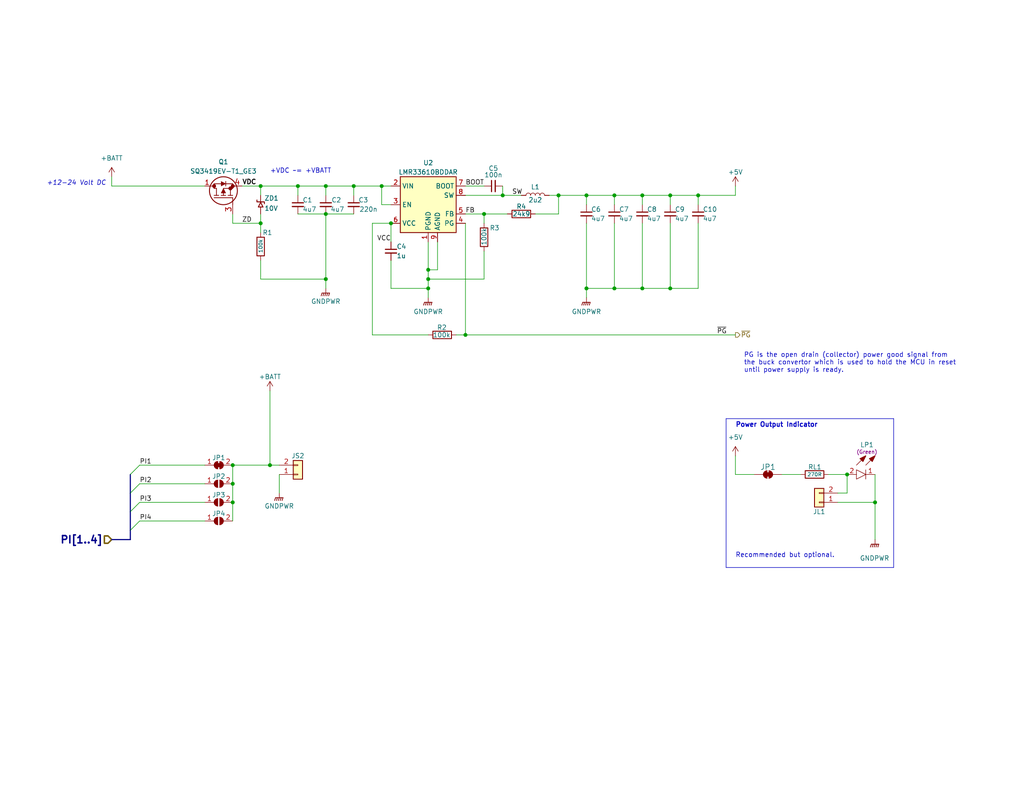
<source format=kicad_sch>
(kicad_sch (version 20230121) (generator eeschema)

  (uuid 3e2bc1d2-dea1-4969-a182-133cb9756dbe)

  (paper "USLetter")

  (title_block
    (title "Pico W 2X SSR Control")
    (date "2023-03-15")
    (rev "0.0.2")
    (company "Michael Cummings")
    (comment 1 "https://ohwr.org/project/cernohl/wikis/Documents/CERN-OHL-version-2")
    (comment 2 "Hardware License: CERN-OHL-W")
    (comment 3 "https://creativecommons.org/licenses/by-sa/4.0/")
    (comment 4 "License: CC By SA 4.0")
  )

  (lib_symbols
    (symbol "+BATT_1" (power) (pin_names (offset 0)) (in_bom yes) (on_board yes)
      (property "Reference" "#PWR" (at 0 -3.81 0)
        (effects (font (size 1.27 1.27)) hide)
      )
      (property "Value" "+BATT_1" (at 0 3.556 0)
        (effects (font (size 1.27 1.27)))
      )
      (property "Footprint" "" (at 0 0 0)
        (effects (font (size 1.27 1.27)) hide)
      )
      (property "Datasheet" "" (at 0 0 0)
        (effects (font (size 1.27 1.27)) hide)
      )
      (property "ki_keywords" "global power battery" (at 0 0 0)
        (effects (font (size 1.27 1.27)) hide)
      )
      (property "ki_description" "Power symbol creates a global label with name \"+BATT\"" (at 0 0 0)
        (effects (font (size 1.27 1.27)) hide)
      )
      (symbol "+BATT_1_0_1"
        (polyline
          (pts
            (xy -0.762 1.27)
            (xy 0 2.54)
          )
          (stroke (width 0) (type default))
          (fill (type none))
        )
        (polyline
          (pts
            (xy 0 0)
            (xy 0 2.54)
          )
          (stroke (width 0) (type default))
          (fill (type none))
        )
        (polyline
          (pts
            (xy 0 2.54)
            (xy 0.762 1.27)
          )
          (stroke (width 0) (type default))
          (fill (type none))
        )
      )
      (symbol "+BATT_1_1_1"
        (pin power_in line (at 0 0 90) (length 0) hide
          (name "+BATT" (effects (font (size 1.27 1.27))))
          (number "1" (effects (font (size 1.27 1.27))))
        )
      )
    )
    (symbol "Connector_Generic:Conn_01x02" (pin_names (offset 1.016) hide) (in_bom yes) (on_board yes)
      (property "Reference" "J" (at 0 2.54 0)
        (effects (font (size 1.27 1.27)))
      )
      (property "Value" "Conn_01x02" (at 0 -5.08 0)
        (effects (font (size 1.27 1.27)))
      )
      (property "Footprint" "" (at 0 0 0)
        (effects (font (size 1.27 1.27)) hide)
      )
      (property "Datasheet" "~" (at 0 0 0)
        (effects (font (size 1.27 1.27)) hide)
      )
      (property "ki_keywords" "connector" (at 0 0 0)
        (effects (font (size 1.27 1.27)) hide)
      )
      (property "ki_description" "Generic connector, single row, 01x02, script generated (kicad-library-utils/schlib/autogen/connector/)" (at 0 0 0)
        (effects (font (size 1.27 1.27)) hide)
      )
      (property "ki_fp_filters" "Connector*:*_1x??_*" (at 0 0 0)
        (effects (font (size 1.27 1.27)) hide)
      )
      (symbol "Conn_01x02_1_1"
        (rectangle (start -1.27 -2.413) (end 0 -2.667)
          (stroke (width 0.1524) (type default))
          (fill (type none))
        )
        (rectangle (start -1.27 0.127) (end 0 -0.127)
          (stroke (width 0.1524) (type default))
          (fill (type none))
        )
        (rectangle (start -1.27 1.27) (end 1.27 -3.81)
          (stroke (width 0.254) (type default))
          (fill (type background))
        )
        (pin passive line (at -5.08 0 0) (length 3.81)
          (name "Pin_1" (effects (font (size 1.27 1.27))))
          (number "1" (effects (font (size 1.27 1.27))))
        )
        (pin passive line (at -5.08 -2.54 0) (length 3.81)
          (name "Pin_2" (effects (font (size 1.27 1.27))))
          (number "2" (effects (font (size 1.27 1.27))))
        )
      )
    )
    (symbol "Device:C_Small" (pin_numbers hide) (pin_names (offset 0.254) hide) (in_bom yes) (on_board yes)
      (property "Reference" "C" (at 0.254 1.778 0)
        (effects (font (size 1.27 1.27)) (justify left))
      )
      (property "Value" "C_Small" (at 0.254 -2.032 0)
        (effects (font (size 1.27 1.27)) (justify left))
      )
      (property "Footprint" "" (at 0 0 0)
        (effects (font (size 1.27 1.27)) hide)
      )
      (property "Datasheet" "~" (at 0 0 0)
        (effects (font (size 1.27 1.27)) hide)
      )
      (property "ki_keywords" "capacitor cap" (at 0 0 0)
        (effects (font (size 1.27 1.27)) hide)
      )
      (property "ki_description" "Unpolarized capacitor, small symbol" (at 0 0 0)
        (effects (font (size 1.27 1.27)) hide)
      )
      (property "ki_fp_filters" "C_*" (at 0 0 0)
        (effects (font (size 1.27 1.27)) hide)
      )
      (symbol "C_Small_0_1"
        (polyline
          (pts
            (xy -1.524 -0.508)
            (xy 1.524 -0.508)
          )
          (stroke (width 0.3302) (type default))
          (fill (type none))
        )
        (polyline
          (pts
            (xy -1.524 0.508)
            (xy 1.524 0.508)
          )
          (stroke (width 0.3048) (type default))
          (fill (type none))
        )
      )
      (symbol "C_Small_1_1"
        (pin passive line (at 0 2.54 270) (length 2.032)
          (name "~" (effects (font (size 1.27 1.27))))
          (number "1" (effects (font (size 1.27 1.27))))
        )
        (pin passive line (at 0 -2.54 90) (length 2.032)
          (name "~" (effects (font (size 1.27 1.27))))
          (number "2" (effects (font (size 1.27 1.27))))
        )
      )
    )
    (symbol "Device:L" (pin_numbers hide) (pin_names (offset 1.016) hide) (in_bom yes) (on_board yes)
      (property "Reference" "L1" (at 2.286 0 90)
        (effects (font (size 1.27 1.27)))
      )
      (property "Value" "2u2" (at -2.54 0 90)
        (effects (font (size 1.27 1.27)))
      )
      (property "Footprint" "Inductor_SMD:L_Wuerth_MAPI-2010" (at 17.526 -14.224 0)
        (effects (font (size 1.27 1.27)) hide)
      )
      (property "Datasheet" "~" (at 1.27 -15.748 0)
        (effects (font (size 1.27 1.27)) hide)
      )
      (property "ki_keywords" "inductor choke coil reactor magnetic" (at 0 0 0)
        (effects (font (size 1.27 1.27)) hide)
      )
      (property "ki_description" "Inductor" (at 0 0 0)
        (effects (font (size 1.27 1.27)) hide)
      )
      (property "ki_fp_filters" "Choke_* *Coil* Inductor_* L_*" (at 0 0 0)
        (effects (font (size 1.27 1.27)) hide)
      )
      (symbol "L_0_1"
        (arc (start 0 -2.54) (mid 0.6323 -1.905) (end 0 -1.27)
          (stroke (width 0) (type default))
          (fill (type none))
        )
        (arc (start 0 -1.27) (mid 0.6323 -0.635) (end 0 0)
          (stroke (width 0) (type default))
          (fill (type none))
        )
        (arc (start 0 0) (mid 0.6323 0.635) (end 0 1.27)
          (stroke (width 0) (type default))
          (fill (type none))
        )
        (arc (start 0 1.27) (mid 0.6323 1.905) (end 0 2.54)
          (stroke (width 0) (type default))
          (fill (type none))
        )
      )
      (symbol "L_1_1"
        (pin passive line (at 0 3.81 270) (length 1.27)
          (name "1" (effects (font (size 1.27 1.27))))
          (number "1" (effects (font (size 1.27 1.27))))
        )
        (pin power_out line (at 0 -3.81 90) (length 1.27)
          (name "2" (effects (font (size 1.27 1.27))))
          (number "2" (effects (font (size 1.27 1.27))))
        )
      )
    )
    (symbol "Device:R" (pin_numbers hide) (pin_names (offset 0)) (in_bom yes) (on_board yes)
      (property "Reference" "R" (at 2.032 0 90)
        (effects (font (size 1.27 1.27)))
      )
      (property "Value" "R" (at 0 0 90)
        (effects (font (size 1.27 1.27)))
      )
      (property "Footprint" "" (at -1.778 0 90)
        (effects (font (size 1.27 1.27)) hide)
      )
      (property "Datasheet" "~" (at 0 0 0)
        (effects (font (size 1.27 1.27)) hide)
      )
      (property "ki_keywords" "R res resistor" (at 0 0 0)
        (effects (font (size 1.27 1.27)) hide)
      )
      (property "ki_description" "Resistor" (at 0 0 0)
        (effects (font (size 1.27 1.27)) hide)
      )
      (property "ki_fp_filters" "R_*" (at 0 0 0)
        (effects (font (size 1.27 1.27)) hide)
      )
      (symbol "R_0_1"
        (rectangle (start -1.016 -2.54) (end 1.016 2.54)
          (stroke (width 0.254) (type default))
          (fill (type none))
        )
      )
      (symbol "R_1_1"
        (pin passive line (at 0 3.81 270) (length 1.27)
          (name "~" (effects (font (size 1.27 1.27))))
          (number "1" (effects (font (size 1.27 1.27))))
        )
        (pin passive line (at 0 -3.81 90) (length 1.27)
          (name "~" (effects (font (size 1.27 1.27))))
          (number "2" (effects (font (size 1.27 1.27))))
        )
      )
    )
    (symbol "Jumper:SolderJumper_2_Bridged" (pin_numbers hide) (pin_names (offset 0) hide) (in_bom yes) (on_board yes)
      (property "Reference" "JP" (at 0 2.032 0)
        (effects (font (size 1.27 1.27)))
      )
      (property "Value" "SolderJumper_2_Bridged" (at 0 -2.54 0)
        (effects (font (size 1.27 1.27)))
      )
      (property "Footprint" "" (at 0 0 0)
        (effects (font (size 1.27 1.27)) hide)
      )
      (property "Datasheet" "~" (at 0 0 0)
        (effects (font (size 1.27 1.27)) hide)
      )
      (property "ki_keywords" "solder jumper SPST" (at 0 0 0)
        (effects (font (size 1.27 1.27)) hide)
      )
      (property "ki_description" "Solder Jumper, 2-pole, closed/bridged" (at 0 0 0)
        (effects (font (size 1.27 1.27)) hide)
      )
      (property "ki_fp_filters" "SolderJumper*Bridged*" (at 0 0 0)
        (effects (font (size 1.27 1.27)) hide)
      )
      (symbol "SolderJumper_2_Bridged_0_1"
        (rectangle (start -0.508 0.508) (end 0.508 -0.508)
          (stroke (width 0) (type default))
          (fill (type outline))
        )
        (arc (start -0.254 1.016) (mid -1.2656 0) (end -0.254 -1.016)
          (stroke (width 0) (type default))
          (fill (type none))
        )
        (arc (start -0.254 1.016) (mid -1.2656 0) (end -0.254 -1.016)
          (stroke (width 0) (type default))
          (fill (type outline))
        )
        (polyline
          (pts
            (xy -0.254 1.016)
            (xy -0.254 -1.016)
          )
          (stroke (width 0) (type default))
          (fill (type none))
        )
        (polyline
          (pts
            (xy 0.254 1.016)
            (xy 0.254 -1.016)
          )
          (stroke (width 0) (type default))
          (fill (type none))
        )
        (arc (start 0.254 -1.016) (mid 1.2656 0) (end 0.254 1.016)
          (stroke (width 0) (type default))
          (fill (type none))
        )
        (arc (start 0.254 -1.016) (mid 1.2656 0) (end 0.254 1.016)
          (stroke (width 0) (type default))
          (fill (type outline))
        )
      )
      (symbol "SolderJumper_2_Bridged_1_1"
        (pin passive line (at -3.81 0 0) (length 2.54)
          (name "A" (effects (font (size 1.27 1.27))))
          (number "1" (effects (font (size 1.27 1.27))))
        )
        (pin passive line (at 3.81 0 180) (length 2.54)
          (name "B" (effects (font (size 1.27 1.27))))
          (number "2" (effects (font (size 1.27 1.27))))
        )
      )
    )
    (symbol "Jumper:SolderJumper_2_Open" (pin_names (offset 0) hide) (in_bom yes) (on_board yes)
      (property "Reference" "JP" (at 0 2.032 0)
        (effects (font (size 1.27 1.27)))
      )
      (property "Value" "SolderJumper_2_Open" (at 0 -2.54 0)
        (effects (font (size 1.27 1.27)))
      )
      (property "Footprint" "" (at 0 0 0)
        (effects (font (size 1.27 1.27)) hide)
      )
      (property "Datasheet" "~" (at 0 0 0)
        (effects (font (size 1.27 1.27)) hide)
      )
      (property "ki_keywords" "solder jumper SPST" (at 0 0 0)
        (effects (font (size 1.27 1.27)) hide)
      )
      (property "ki_description" "Solder Jumper, 2-pole, open" (at 0 0 0)
        (effects (font (size 1.27 1.27)) hide)
      )
      (property "ki_fp_filters" "SolderJumper*Open*" (at 0 0 0)
        (effects (font (size 1.27 1.27)) hide)
      )
      (symbol "SolderJumper_2_Open_0_1"
        (arc (start -0.254 1.016) (mid -1.2656 0) (end -0.254 -1.016)
          (stroke (width 0) (type default))
          (fill (type none))
        )
        (arc (start -0.254 1.016) (mid -1.2656 0) (end -0.254 -1.016)
          (stroke (width 0) (type default))
          (fill (type outline))
        )
        (polyline
          (pts
            (xy -0.254 1.016)
            (xy -0.254 -1.016)
          )
          (stroke (width 0) (type default))
          (fill (type none))
        )
        (polyline
          (pts
            (xy 0.254 1.016)
            (xy 0.254 -1.016)
          )
          (stroke (width 0) (type default))
          (fill (type none))
        )
        (arc (start 0.254 -1.016) (mid 1.2656 0) (end 0.254 1.016)
          (stroke (width 0) (type default))
          (fill (type none))
        )
        (arc (start 0.254 -1.016) (mid 1.2656 0) (end 0.254 1.016)
          (stroke (width 0) (type default))
          (fill (type outline))
        )
      )
      (symbol "SolderJumper_2_Open_1_1"
        (pin passive line (at -3.81 0 0) (length 2.54)
          (name "A" (effects (font (size 1.27 1.27))))
          (number "1" (effects (font (size 1.27 1.27))))
        )
        (pin passive line (at 3.81 0 180) (length 2.54)
          (name "B" (effects (font (size 1.27 1.27))))
          (number "2" (effects (font (size 1.27 1.27))))
        )
      )
    )
    (symbol "Regulator_Switching:LMR33610BDDAR" (in_bom yes) (on_board yes)
      (property "Reference" "U2" (at 0 12.7 0)
        (effects (font (size 1.27 1.27)))
      )
      (property "Value" "LMR33610BDDAR" (at 0 10.16 0)
        (effects (font (size 1.27 1.27)))
      )
      (property "Footprint" "Package_SO:Texas_HSOP-8-1EP_3.9x4.9mm_P1.27mm_ThermalVias" (at 0 -31.496 0)
        (effects (font (size 1.27 1.27)) (justify left) hide)
      )
      (property "Datasheet" "http://www.ti.com/lit/ds/symlink/lmr33610.pdf" (at 0 -34.036 0)
        (effects (font (size 1.27 1.27)) (justify left) hide)
      )
      (property "ki_keywords" "simple-switcher synchronous buck step-down voltage-regulator" (at 0 0 0)
        (effects (font (size 1.27 1.27)) hide)
      )
      (property "ki_description" "Simple Switcher Synchronous Buck Regulator, Vin=3.8-36V, Iout=1A, F=1400kHz, Adjustable output voltage, HSOP-8" (at 0 0 0)
        (effects (font (size 1.27 1.27)) hide)
      )
      (property "ki_fp_filters" "Texas*HSOP*1EP*" (at 0 0 0)
        (effects (font (size 1.27 1.27)) hide)
      )
      (symbol "LMR33610BDDAR_0_1"
        (rectangle (start -7.62 7.62) (end 7.62 -7.62)
          (stroke (width 0.254) (type default))
          (fill (type background))
        )
      )
      (symbol "LMR33610BDDAR_1_1"
        (pin power_out line (at 0 -10.16 90) (length 2.54)
          (name "PGND" (effects (font (size 1.27 1.27))))
          (number "1" (effects (font (size 1.27 1.27))))
        )
        (pin power_in line (at -10.16 5.08 0) (length 2.54)
          (name "VIN" (effects (font (size 1.27 1.27))))
          (number "2" (effects (font (size 1.27 1.27))))
        )
        (pin input line (at -10.16 0 0) (length 2.54)
          (name "EN" (effects (font (size 1.27 1.27))))
          (number "3" (effects (font (size 1.27 1.27))))
        )
        (pin open_collector line (at 10.16 -5.08 180) (length 2.54)
          (name "PG" (effects (font (size 1.27 1.27))))
          (number "4" (effects (font (size 1.27 1.27))))
        )
        (pin input line (at 10.16 -2.54 180) (length 2.54)
          (name "FB" (effects (font (size 1.27 1.27))))
          (number "5" (effects (font (size 1.27 1.27))))
        )
        (pin power_out line (at -10.16 -5.08 0) (length 2.54)
          (name "VCC" (effects (font (size 1.27 1.27))))
          (number "6" (effects (font (size 1.27 1.27))))
        )
        (pin input line (at 10.16 5.08 180) (length 2.54)
          (name "BOOT" (effects (font (size 1.27 1.27))))
          (number "7" (effects (font (size 1.27 1.27))))
        )
        (pin output line (at 10.16 2.54 180) (length 2.54)
          (name "SW" (effects (font (size 1.27 1.27))))
          (number "8" (effects (font (size 1.27 1.27))))
        )
        (pin power_in line (at 2.54 -10.16 90) (length 2.54)
          (name "AGND" (effects (font (size 1.27 1.27))))
          (number "9" (effects (font (size 1.27 1.27))))
        )
      )
    )
    (symbol "SolderJumper_2_Bridged_1" (pin_names (offset 0) hide) (in_bom no) (on_board yes)
      (property "Reference" "JP1" (at 0 2.032 0)
        (effects (font (size 1.27 1.27)))
      )
      (property "Value" "SolderJumper_2_Bridged" (at 0.254 -4.318 0)
        (effects (font (size 1.27 1.27)) hide)
      )
      (property "Footprint" "Jumper:SolderJumper-2_P1.3mm_Bridged_RoundedPad1.0x1.5mm" (at 2.286 -6.35 0)
        (effects (font (size 1.27 1.27)) hide)
      )
      (property "Datasheet" "~" (at 0 -9.144 0)
        (effects (font (size 1.27 1.27)) hide)
      )
      (property "Description" "" (at 0 0 0)
        (effects (font (size 1.27 1.27)) hide)
      )
      (property "MFN" "" (at 0 0 0)
        (effects (font (size 1.27 1.27)) hide)
      )
      (property "MFP" "" (at 0 0 0)
        (effects (font (size 1.27 1.27)) hide)
      )
      (property "Package" "" (at 0 0 0)
        (effects (font (size 1.27 1.27)) hide)
      )
      (property "Type" "" (at 0 0 0)
        (effects (font (size 1.27 1.27)) hide)
      )
      (property "Your Instructions/Notes" "" (at 0 0 0)
        (effects (font (size 1.27 1.27)) hide)
      )
      (property "Height (mm)" "" (at 0 0 0)
        (effects (font (size 1.27 1.27)) hide)
      )
      (property "Characteristics" "" (at 0 0 0)
        (effects (font (size 1.27 1.27)) hide)
      )
      (property "Mouser Part Number" "" (at 0 0 0)
        (effects (font (size 1.27 1.27)) hide)
      )
      (property "Mouser Price/Stock" "" (at 0 0 0)
        (effects (font (size 1.27 1.27)) hide)
      )
      (property "ki_keywords" "solder jumper SPST" (at 0 0 0)
        (effects (font (size 1.27 1.27)) hide)
      )
      (property "ki_description" "Solder Jumper, 2-pole, closed/bridged" (at 0 0 0)
        (effects (font (size 1.27 1.27)) hide)
      )
      (property "ki_fp_filters" "SolderJumper*Bridged*" (at 0 0 0)
        (effects (font (size 1.27 1.27)) hide)
      )
      (symbol "SolderJumper_2_Bridged_1_0_1"
        (rectangle (start -0.508 0.508) (end 0.508 -0.508)
          (stroke (width 0) (type default))
          (fill (type outline))
        )
        (arc (start -0.254 1.016) (mid -1.2656 0) (end -0.254 -1.016)
          (stroke (width 0) (type default))
          (fill (type none))
        )
        (arc (start -0.254 1.016) (mid -1.2656 0) (end -0.254 -1.016)
          (stroke (width 0) (type default))
          (fill (type outline))
        )
        (polyline
          (pts
            (xy -0.254 1.016)
            (xy -0.254 -1.016)
          )
          (stroke (width 0) (type default))
          (fill (type none))
        )
        (polyline
          (pts
            (xy 0.254 1.016)
            (xy 0.254 -1.016)
          )
          (stroke (width 0) (type default))
          (fill (type none))
        )
        (arc (start 0.254 -1.016) (mid 1.2656 0) (end 0.254 1.016)
          (stroke (width 0) (type default))
          (fill (type none))
        )
        (arc (start 0.254 -1.016) (mid 1.2656 0) (end 0.254 1.016)
          (stroke (width 0) (type default))
          (fill (type outline))
        )
      )
      (symbol "SolderJumper_2_Bridged_1_1_1"
        (pin passive line (at -3.81 0 0) (length 2.54)
          (name "A" (effects (font (size 1.27 1.27))))
          (number "1" (effects (font (size 1.27 1.27))))
        )
        (pin power_out line (at 3.81 0 180) (length 2.54)
          (name "B" (effects (font (size 1.27 1.27))))
          (number "2" (effects (font (size 1.27 1.27))))
        )
      )
    )
    (symbol "dragon_mobile:LTST-C190KGKT" (pin_names (offset 0.762)) (in_bom yes) (on_board yes)
      (property "Reference" "LEDP1" (at 2.54 6.35 0)
        (effects (font (size 1 1)))
      )
      (property "Value" "LTST-C190KGKT" (at 6.35 -2.54 0)
        (effects (font (size 1 1)) hide)
      )
      (property "Footprint" "dragon_mobile:LEDC1608X80N" (at 0 -7.62 0)
        (effects (font (size 1 1)) (justify left) hide)
      )
      (property "Datasheet" "https://optoelectronics.liteon.com/upload/download/DS22-2000-074/LTST-C190KGKT.PDF" (at 0 -9.525 0)
        (effects (font (size 1 1)) (justify left) hide)
      )
      (property "Description" "Green LED (571 nm); Rectangle Lens; Top Viewing; 1608 (0603) SMD Package" (at 0 -11.43 0)
        (effects (font (size 1 1)) (justify left) hide)
      )
      (property "MFN" "Lite-On" (at 0 -15.24 0)
        (effects (font (size 1 1)) (justify left) hide)
      )
      (property "MFP" "LTST-C190KGKT" (at 0 -13.335 0)
        (effects (font (size 1 1)) (justify left) hide)
      )
      (property "Package" "0603" (at 0 -17.145 0)
        (effects (font (size 1 1)) (justify left) hide)
      )
      (property "Type" "SMD" (at 0 -19.05 0)
        (effects (font (size 1 1)) (justify left) hide)
      )
      (property "Your Instructions/Notes" "~" (at 0 -20.955 0)
        (effects (font (size 1 1)) (justify left) hide)
      )
      (property "Height (mm)" "0.80" (at 0 -22.86 0)
        (effects (font (size 1 1)) (justify left) hide)
      )
      (property "Characteristics" "Green LED (571 nm); Rectangle Lens; Top Viewing; 1608 (0603) SMD Package" (at 0 -24.765 0)
        (effects (font (size 1 1)) (justify left) hide)
      )
      (property "Mouser Part Number" "859-LTST-C190KGKT" (at 0 -26.67 0)
        (effects (font (size 1 1)) (justify left) hide)
      )
      (property "Mouser Price/Stock" "https://www.mouser.com/ProductDetail/Lite-On/LTST-C190KGKT?qs=205qCy6M2Q%252BAdcgwUZktqw%3D%3D" (at 0 -28.575 0)
        (effects (font (size 1 1)) (justify left) hide)
      )
      (property "Color" "(Green)" (at 4.318 -4.318 0)
        (effects (font (size 1.27 1.27)))
      )
      (property "ki_keywords" "Green LED SMD" (at 0 0 0)
        (effects (font (size 1.27 1.27)) hide)
      )
      (property "ki_description" "Lite-On LTST-C190KGKT, 571 nm Green LED, 1608 (0603) SMD package" (at 0 0 0)
        (effects (font (size 1.27 1.27)) hide)
      )
      (symbol "LTST-C190KGKT_0_0"
        (pin passive line (at 0 0 0) (length 2.54)
          (name "~" (effects (font (size 1.27 1.27))))
          (number "1" (effects (font (size 1.27 1.27))))
        )
        (pin passive line (at 7.62 0 180) (length 2.54)
          (name "~" (effects (font (size 1.27 1.27))))
          (number "2" (effects (font (size 1.27 1.27))))
        )
      )
      (symbol "LTST-C190KGKT_0_1"
        (polyline
          (pts
            (xy 2.54 1.27)
            (xy 2.54 -1.27)
          )
          (stroke (width 0.1524) (type default))
          (fill (type none))
        )
        (polyline
          (pts
            (xy 2.54 2.54)
            (xy 0 5.08)
          )
          (stroke (width 0.1524) (type default))
          (fill (type none))
        )
        (polyline
          (pts
            (xy 5.08 2.54)
            (xy 2.54 5.08)
          )
          (stroke (width 0.1524) (type default))
          (fill (type none))
        )
        (polyline
          (pts
            (xy 1.524 4.318)
            (xy 0.762 3.556)
            (xy 0 5.08)
            (xy 1.524 4.318)
          )
          (stroke (width 0.254) (type default))
          (fill (type outline))
        )
        (polyline
          (pts
            (xy 2.54 0)
            (xy 5.08 1.27)
            (xy 5.08 -1.27)
            (xy 2.54 0)
          )
          (stroke (width 0) (type default))
          (fill (type none))
        )
        (polyline
          (pts
            (xy 4.064 4.318)
            (xy 3.302 3.556)
            (xy 2.54 5.08)
            (xy 4.064 4.318)
          )
          (stroke (width 0.254) (type default))
          (fill (type outline))
        )
      )
    )
    (symbol "dragon_mobile:SQ3419EV-T1_BE3" (pin_names (offset 1.524) hide) (in_bom yes) (on_board yes)
      (property "Reference" "Q1" (at 0 7.366 90)
        (effects (font (size 1.27 1.27)))
      )
      (property "Value" "SQ3419EV-T1_GE3" (at 0 -15.748 0)
        (effects (font (size 1.27 1.27)) hide)
      )
      (property "Footprint" "dragon_mobile:SOT95P284X110-6N" (at 0 -54.102 0)
        (effects (font (size 1.27 1.27)) (justify left) hide)
      )
      (property "Datasheet" "https://www.mouser.com/datasheet/2/427/sq3419ev-1764675.pdf" (at 0 -50.546 0)
        (effects (font (size 1.27 1.27)) (justify left) hide)
      )
      (property "Description" "MOSFET P Ch -40Vds, +- 20Vgs, 6.9A, 48mOhms, 5W, AEC-Q101 Qualified SMD (TSOP-6)" (at 0.254 -46.482 0)
        (effects (font (size 1.27 1.27)) (justify left) hide)
      )
      (property "MFN" "Vishay Semiconductors" (at 0 -36.322 0)
        (effects (font (size 1.27 1.27)) (justify left) hide)
      )
      (property "MFP" "SQ3419EV-T1_GE3" (at 0 -33.274 0)
        (effects (font (size 1.27 1.27)) (justify left) hide)
      )
      (property "Package" "TSOP-6" (at 0 -42.672 0)
        (effects (font (size 1.27 1.27)) (justify left) hide)
      )
      (property "Type" "SMD" (at 0 -39.116 0)
        (effects (font (size 1.27 1.27)) (justify left) hide)
      )
      (property "Height (mm)" "1.1" (at 0 -62.484 0)
        (effects (font (size 1.27 1.27)) (justify left) hide)
      )
      (property "Mouser Part Number" "78-SQ3419EV-T1_GE3" (at 0 -60.452 0)
        (effects (font (size 1.27 1.27)) (justify left) hide)
      )
      (property "Mouser Price/Stock" "https://www.mouser.com/ProductDetail/Vishay-Semiconductors/SQ3419EV-T1_GE3?qs=Vcr9%2FL0R50hjQdrP75bU0Q%3D%3D" (at 0 -57.658 0)
        (effects (font (size 1.27 1.27)) (justify left) hide)
      )
      (property "ki_fp_filters" "TSOP_EV-T1_BE3_VIS TSOP_EV-T1_BE3_VIS-M TSOP_EV-T1_BE3_VIS-L" (at 0 0 0)
        (effects (font (size 1.27 1.27)) hide)
      )
      (symbol "SQ3419EV-T1_BE3_1_1"
        (polyline
          (pts
            (xy 2.54 0)
            (xy 4.445 0)
          )
          (stroke (width 0.2032) (type default))
          (fill (type none))
        )
        (polyline
          (pts
            (xy 4.445 0)
            (xy 4.445 5.08)
          )
          (stroke (width 0.2032) (type default))
          (fill (type none))
        )
        (polyline
          (pts
            (xy 5.08 0)
            (xy 5.08 1.27)
          )
          (stroke (width 0.2032) (type default))
          (fill (type none))
        )
        (polyline
          (pts
            (xy 5.08 0.635)
            (xy 6.985 0.635)
          )
          (stroke (width 0.2032) (type default))
          (fill (type none))
        )
        (polyline
          (pts
            (xy 5.08 1.905)
            (xy 5.08 3.175)
          )
          (stroke (width 0.2032) (type default))
          (fill (type none))
        )
        (polyline
          (pts
            (xy 5.08 3.81)
            (xy 5.08 5.08)
          )
          (stroke (width 0.2032) (type default))
          (fill (type none))
        )
        (polyline
          (pts
            (xy 5.08 4.445)
            (xy 6.985 4.445)
          )
          (stroke (width 0.2032) (type default))
          (fill (type none))
        )
        (polyline
          (pts
            (xy 5.715 2.54)
            (xy 5.08 2.54)
          )
          (stroke (width 0.2032) (type default))
          (fill (type none))
        )
        (polyline
          (pts
            (xy 6.985 0)
            (xy 6.985 2.54)
          )
          (stroke (width 0.2032) (type default))
          (fill (type none))
        )
        (polyline
          (pts
            (xy 6.985 0)
            (xy 8.255 0)
          )
          (stroke (width 0.2032) (type default))
          (fill (type none))
        )
        (polyline
          (pts
            (xy 6.985 4.445)
            (xy 6.985 5.08)
          )
          (stroke (width 0.2032) (type default))
          (fill (type none))
        )
        (polyline
          (pts
            (xy 6.985 5.08)
            (xy 8.255 5.08)
          )
          (stroke (width 0.2032) (type default))
          (fill (type none))
        )
        (polyline
          (pts
            (xy 7.62 1.905)
            (xy 8.89 1.905)
          )
          (stroke (width 0.2032) (type default))
          (fill (type none))
        )
        (polyline
          (pts
            (xy 7.62 5.08)
            (xy 7.62 6.35)
          )
          (stroke (width 0) (type default))
          (fill (type none))
        )
        (polyline
          (pts
            (xy 8.255 1.905)
            (xy 8.255 0)
          )
          (stroke (width 0.2032) (type default))
          (fill (type none))
        )
        (polyline
          (pts
            (xy 8.255 5.08)
            (xy 8.255 3.175)
          )
          (stroke (width 0.2032) (type default))
          (fill (type none))
        )
        (polyline
          (pts
            (xy 5.715 1.905)
            (xy 6.985 2.54)
            (xy 5.715 3.175)
            (xy 5.715 1.905)
          )
          (stroke (width 0.0254) (type default))
          (fill (type outline))
        )
        (polyline
          (pts
            (xy 7.62 3.175)
            (xy 8.89 3.175)
            (xy 8.255 1.905)
            (xy 7.62 3.175)
          )
          (stroke (width 0.0254) (type default))
          (fill (type outline))
        )
        (circle (center 6.35 2.54) (radius 3.81)
          (stroke (width 0.254) (type default))
          (fill (type none))
        )
        (circle (center 6.985 0.635) (radius 0.0254)
          (stroke (width 0.508) (type default))
          (fill (type none))
        )
        (circle (center 7.62 0) (radius 0.0254)
          (stroke (width 0.508) (type default))
          (fill (type none))
        )
        (circle (center 7.62 5.08) (radius 0.0254)
          (stroke (width 0.508) (type default))
          (fill (type none))
        )
        (pin power_in line (at 7.62 7.62 270) (length 1.27)
          (name "D" (effects (font (size 1.27 1.27))))
          (number "1" (effects (font (size 1.27 1.27))))
        )
        (pin passive line (at 7.62 7.62 270) (length 1.27) hide
          (name "D" (effects (font (size 1.4986 1.4986))))
          (number "2" (effects (font (size 1.4986 1.4986))))
        )
        (pin passive line (at 0 0 0) (length 2.54)
          (name "G" (effects (font (size 1.4986 1.4986))))
          (number "3" (effects (font (size 1.4986 1.4986))))
        )
        (pin power_out line (at 7.62 -2.54 90) (length 2.54)
          (name "S" (effects (font (size 1.4986 1.4986))))
          (number "4" (effects (font (size 1.4986 1.4986))))
        )
        (pin passive line (at 7.62 7.62 270) (length 1.27) hide
          (name "D" (effects (font (size 1.4986 1.4986))))
          (number "5" (effects (font (size 1.4986 1.4986))))
        )
        (pin passive line (at 7.62 7.62 270) (length 1.27) hide
          (name "D" (effects (font (size 1.4986 1.4986))))
          (number "6" (effects (font (size 1.4986 1.4986))))
        )
      )
    )
    (symbol "dragon_mobile:TSZU52C10" (pin_numbers hide) (pin_names (offset 0.254) hide) (in_bom yes) (on_board yes)
      (property "Reference" "ZD" (at 0 2.286 0)
        (effects (font (size 1.27 1.27)))
      )
      (property "Value" "TSZU52C10" (at 15.494 -5.842 0)
        (effects (font (size 1.27 1.27)) hide)
      )
      (property "Footprint" "Diode_SMD:D_0603_1608Metric" (at 10.16 -7.62 0)
        (effects (font (size 1.27 1.27)) (justify left) hide)
      )
      (property "Datasheet" "https://www.mouser.com/datasheet/2/395/TSZU52C2V0_SERIES_G2009-2821949.pdf" (at 10.16 -10.16 0)
        (effects (font (size 1.27 1.27)) (justify left) hide)
      )
      (property "Description" "Zener Diode 10V, 150mW, 10%, 0603(1608)" (at 10.16 -12.7 0)
        (effects (font (size 1.27 1.27)) (justify left) hide)
      )
      (property "MFN" "Taiwan Semiconductor" (at 10.16 -15.24 0)
        (effects (font (size 1.27 1.27)) (justify left) hide)
      )
      (property "MFP" "TSZU52C10 RGG" (at 10.16 -17.78 0)
        (effects (font (size 1.27 1.27)) (justify left) hide)
      )
      (property "Package" "0603" (at 10.16 -20.32 0)
        (effects (font (size 1.27 1.27)) (justify left) hide)
      )
      (property "Type" "SMD" (at 10.16 -22.86 0)
        (effects (font (size 1.27 1.27)) (justify left) hide)
      )
      (property "Your Instructions/Notes" "" (at 0 0 0)
        (effects (font (size 1.27 1.27)) (justify left) hide)
      )
      (property "Characteristics" "10V 150mW" (at 10.16 -25.4 0)
        (effects (font (size 1.27 1.27)) (justify left) hide)
      )
      (property "Height (mm)" "1.8" (at 10.16 -27.94 0)
        (effects (font (size 1.27 1.27)) (justify left) hide)
      )
      (property "Mouser Part Number" "821-TSZU52C10RGG" (at 10.16 -30.48 0)
        (effects (font (size 1.27 1.27)) (justify left) hide)
      )
      (property "Mouser Price/Stock" "https://www.mouser.com/ProductDetail/Taiwan-Semiconductor/TSZU52C10-RGG?qs=QEzMiVqgwc0rEUh3GogTRA%3D%3D" (at 10.16 -33.02 0)
        (effects (font (size 1.27 1.27)) (justify left) hide)
      )
      (property "ki_keywords" "diode, zener diode" (at 0 0 0)
        (effects (font (size 1.27 1.27)) hide)
      )
      (property "ki_description" "Zener diode, 10V 150mW SMD 0603" (at 0 0 0)
        (effects (font (size 1.27 1.27)) hide)
      )
      (property "ki_fp_filters" "TO-???* *_Diode_* *SingleDiode* D_*" (at 0 0 0)
        (effects (font (size 1.27 1.27)) hide)
      )
      (symbol "TSZU52C10_0_1"
        (polyline
          (pts
            (xy -0.254 1.016)
            (xy -0.762 1.016)
            (xy -0.762 -1.016)
            (xy -1.27 -1.016)
          )
          (stroke (width 0.254) (type default))
          (fill (type none))
        )
        (polyline
          (pts
            (xy 0.635 0.635)
            (xy -0.635 0)
            (xy 0.635 -0.635)
            (xy 0.635 0.635)
          )
          (stroke (width 0.254) (type default))
          (fill (type none))
        )
      )
      (symbol "TSZU52C10_1_1"
        (pin passive line (at -2.54 0 0) (length 1.778)
          (name "" (effects (font (size 1.27 1.27))))
          (number "1" (effects (font (size 1.27 1.27))))
        )
        (pin passive line (at 2.54 0 180) (length 1.778)
          (name "" (effects (font (size 1.27 1.27))))
          (number "2" (effects (font (size 1.27 1.27))))
        )
      )
    )
    (symbol "power:+5V" (power) (pin_names (offset 0)) (in_bom yes) (on_board yes)
      (property "Reference" "#PWR" (at 0 -3.81 0)
        (effects (font (size 1.27 1.27)) hide)
      )
      (property "Value" "+5V" (at 0 3.556 0)
        (effects (font (size 1.27 1.27)))
      )
      (property "Footprint" "" (at 0 0 0)
        (effects (font (size 1.27 1.27)) hide)
      )
      (property "Datasheet" "" (at 0 0 0)
        (effects (font (size 1.27 1.27)) hide)
      )
      (property "ki_keywords" "global power" (at 0 0 0)
        (effects (font (size 1.27 1.27)) hide)
      )
      (property "ki_description" "Power symbol creates a global label with name \"+5V\"" (at 0 0 0)
        (effects (font (size 1.27 1.27)) hide)
      )
      (symbol "+5V_0_1"
        (polyline
          (pts
            (xy -0.762 1.27)
            (xy 0 2.54)
          )
          (stroke (width 0) (type default))
          (fill (type none))
        )
        (polyline
          (pts
            (xy 0 0)
            (xy 0 2.54)
          )
          (stroke (width 0) (type default))
          (fill (type none))
        )
        (polyline
          (pts
            (xy 0 2.54)
            (xy 0.762 1.27)
          )
          (stroke (width 0) (type default))
          (fill (type none))
        )
      )
      (symbol "+5V_1_1"
        (pin power_in line (at 0 0 90) (length 0) hide
          (name "+5V" (effects (font (size 1.27 1.27))))
          (number "1" (effects (font (size 1.27 1.27))))
        )
      )
    )
    (symbol "power:+BATT" (power) (pin_names (offset 0)) (in_bom yes) (on_board yes)
      (property "Reference" "#PWR01" (at 13.97 -9.525 0)
        (effects (font (size 1.27 1.27)) hide)
      )
      (property "Value" "+BATT" (at 0 5.08 0)
        (effects (font (size 1.27 1.27)))
      )
      (property "Footprint" "" (at 0 0 0)
        (effects (font (size 1.27 1.27)) hide)
      )
      (property "Datasheet" "" (at 0 0 0)
        (effects (font (size 1.27 1.27)) hide)
      )
      (property "ki_keywords" "global power battery" (at 0 0 0)
        (effects (font (size 1.27 1.27)) hide)
      )
      (property "ki_description" "Power symbol creates a global label with name \"+BATT\"" (at 0 0 0)
        (effects (font (size 1.27 1.27)) hide)
      )
      (symbol "+BATT_0_1"
        (polyline
          (pts
            (xy -0.762 1.27)
            (xy 0 2.54)
          )
          (stroke (width 0) (type default))
          (fill (type none))
        )
        (polyline
          (pts
            (xy 0 0)
            (xy 0 2.54)
          )
          (stroke (width 0) (type default))
          (fill (type none))
        )
        (polyline
          (pts
            (xy 0 2.54)
            (xy 0.762 1.27)
          )
          (stroke (width 0) (type default))
          (fill (type none))
        )
      )
      (symbol "+BATT_1_1"
        (pin power_in line (at 0 0 90) (length 0) hide
          (name "+BATT" (effects (font (size 1.27 1.27))))
          (number "1" (effects (font (size 1.27 1.27))))
        )
      )
    )
    (symbol "power:GNDPWR" (power) (pin_names (offset 0)) (in_bom yes) (on_board yes)
      (property "Reference" "#PWR" (at 0 -5.08 0)
        (effects (font (size 1.27 1.27)) hide)
      )
      (property "Value" "GNDPWR" (at 0 -3.302 0)
        (effects (font (size 1.27 1.27)))
      )
      (property "Footprint" "" (at 0 -1.27 0)
        (effects (font (size 1.27 1.27)) hide)
      )
      (property "Datasheet" "" (at 0 -1.27 0)
        (effects (font (size 1.27 1.27)) hide)
      )
      (property "ki_keywords" "global ground" (at 0 0 0)
        (effects (font (size 1.27 1.27)) hide)
      )
      (property "ki_description" "Power symbol creates a global label with name \"GNDPWR\" , global ground" (at 0 0 0)
        (effects (font (size 1.27 1.27)) hide)
      )
      (symbol "GNDPWR_0_1"
        (polyline
          (pts
            (xy 0 -1.27)
            (xy 0 0)
          )
          (stroke (width 0) (type default))
          (fill (type none))
        )
        (polyline
          (pts
            (xy -1.016 -1.27)
            (xy -1.27 -2.032)
            (xy -1.27 -2.032)
          )
          (stroke (width 0.2032) (type default))
          (fill (type none))
        )
        (polyline
          (pts
            (xy -0.508 -1.27)
            (xy -0.762 -2.032)
            (xy -0.762 -2.032)
          )
          (stroke (width 0.2032) (type default))
          (fill (type none))
        )
        (polyline
          (pts
            (xy 0 -1.27)
            (xy -0.254 -2.032)
            (xy -0.254 -2.032)
          )
          (stroke (width 0.2032) (type default))
          (fill (type none))
        )
        (polyline
          (pts
            (xy 0.508 -1.27)
            (xy 0.254 -2.032)
            (xy 0.254 -2.032)
          )
          (stroke (width 0.2032) (type default))
          (fill (type none))
        )
        (polyline
          (pts
            (xy 1.016 -1.27)
            (xy -1.016 -1.27)
            (xy -1.016 -1.27)
          )
          (stroke (width 0.2032) (type default))
          (fill (type none))
        )
        (polyline
          (pts
            (xy 1.016 -1.27)
            (xy 0.762 -2.032)
            (xy 0.762 -2.032)
            (xy 0.762 -2.032)
          )
          (stroke (width 0.2032) (type default))
          (fill (type none))
        )
      )
      (symbol "GNDPWR_1_1"
        (pin power_in line (at 0 0 270) (length 0) hide
          (name "GNDPWR" (effects (font (size 1.27 1.27))))
          (number "1" (effects (font (size 1.27 1.27))))
        )
      )
    )
  )

  (junction (at 167.64 78.74) (diameter 0) (color 0 0 0 0)
    (uuid 05715dab-9048-4d58-8b4b-ce8067923c78)
  )
  (junction (at 182.88 53.34) (diameter 0) (color 0 0 0 0)
    (uuid 14bb3bde-90fc-4eab-9a91-4c462d71f893)
  )
  (junction (at 88.9 76.2) (diameter 0) (color 0 0 0 0)
    (uuid 183bbf59-ab40-4a38-99f8-adc79d08020a)
  )
  (junction (at 88.9 50.8) (diameter 0) (color 0 0 0 0)
    (uuid 1acd4ca9-da67-4da1-8d5a-7697ba3e1a0a)
  )
  (junction (at 116.84 76.2) (diameter 0) (color 0 0 0 0)
    (uuid 1d0eef7e-9310-47d5-8786-2319dfa5c915)
  )
  (junction (at 175.26 78.74) (diameter 0) (color 0 0 0 0)
    (uuid 1d9da494-e0e9-49f6-9636-f85cb9922adc)
  )
  (junction (at 73.66 127) (diameter 0) (color 0 0 0 0)
    (uuid 20026736-5b63-4fc6-89ca-dce847091334)
  )
  (junction (at 152.4 53.34) (diameter 0) (color 0 0 0 0)
    (uuid 2b436c66-e928-4ff2-a5ff-ac0169e538e2)
  )
  (junction (at 63.5 137.16) (diameter 0) (color 0 0 0 0)
    (uuid 372fe312-e79f-4a0b-9bcf-d44ced97cf79)
  )
  (junction (at 127 91.44) (diameter 0) (color 0 0 0 0)
    (uuid 37dc5147-b304-4f53-b9cf-09b326e8c8ed)
  )
  (junction (at 160.02 53.34) (diameter 0) (color 0 0 0 0)
    (uuid 40011539-9929-4e2a-a918-61e2b7fb8846)
  )
  (junction (at 63.5 127) (diameter 0) (color 0 0 0 0)
    (uuid 437b8668-f6a1-471c-a31c-856566c48b8a)
  )
  (junction (at 104.14 50.8) (diameter 0) (color 0 0 0 0)
    (uuid 45185a08-ef57-44ca-8e56-950b7e1882c6)
  )
  (junction (at 106.68 60.96) (diameter 0) (color 0 0 0 0)
    (uuid 53170698-1828-4b77-9865-2f3000227ac9)
  )
  (junction (at 116.84 78.74) (diameter 0) (color 0 0 0 0)
    (uuid 5959bba3-4e7e-40d2-a320-025b9f3cd315)
  )
  (junction (at 81.28 50.8) (diameter 0) (color 0 0 0 0)
    (uuid 5bf72ddb-04bd-4ec1-b8e5-d790cf20a7d8)
  )
  (junction (at 167.64 53.34) (diameter 0) (color 0 0 0 0)
    (uuid 65399e5a-cd75-451c-8b79-8fb984b6bc31)
  )
  (junction (at 182.88 78.74) (diameter 0) (color 0 0 0 0)
    (uuid 74606373-d42a-489a-ae3a-b303eabdf341)
  )
  (junction (at 71.12 50.8) (diameter 0) (color 0 0 0 0)
    (uuid 79b5d4b3-b289-44ef-b936-99665fbafa1d)
  )
  (junction (at 71.12 60.96) (diameter 0) (color 0 0 0 0)
    (uuid 8143acb6-f827-4fce-98e6-dd6b4c736e65)
  )
  (junction (at 88.9 58.42) (diameter 0) (color 0 0 0 0)
    (uuid 852ceedf-f485-49cc-b441-30cb29e863eb)
  )
  (junction (at 160.02 78.74) (diameter 0) (color 0 0 0 0)
    (uuid 864a3246-e41b-40c6-9b76-7410d62da985)
  )
  (junction (at 63.5 132.08) (diameter 0) (color 0 0 0 0)
    (uuid 9b77987e-299a-41d8-90cf-8b0ce30acfe1)
  )
  (junction (at 116.84 73.66) (diameter 0) (color 0 0 0 0)
    (uuid a8950bb3-7df2-475c-b738-11d5ddb29f44)
  )
  (junction (at 96.52 50.8) (diameter 0) (color 0 0 0 0)
    (uuid c6f3faf2-5347-4a92-aa87-dd12032ec645)
  )
  (junction (at 238.76 137.16) (diameter 0) (color 0 0 0 0)
    (uuid c97a9574-7264-425b-96c7-a9b4ca18a983)
  )
  (junction (at 175.26 53.34) (diameter 0) (color 0 0 0 0)
    (uuid cb613390-b34e-479f-aef9-baeb703382b2)
  )
  (junction (at 190.5 53.34) (diameter 0) (color 0 0 0 0)
    (uuid cd00320d-e371-4c47-8526-929b9a3a5a59)
  )
  (junction (at 132.08 58.42) (diameter 0) (color 0 0 0 0)
    (uuid cec70d31-bf66-477a-8cd8-fd0a0d1ea07f)
  )
  (junction (at 231.14 129.54) (diameter 0) (color 0 0 0 0)
    (uuid e5bb72b3-09a3-461f-90f5-5e1d91aabdde)
  )
  (junction (at 137.16 53.34) (diameter 0) (color 0 0 0 0)
    (uuid ec4cdada-9ba0-4c85-a099-a510db9da6e2)
  )

  (bus_entry (at 38.1 142.24) (size -2.54 2.54)
    (stroke (width 0) (type default))
    (uuid 09b21b9b-c8e7-41fa-a046-ae19928d6745)
  )
  (bus_entry (at 38.1 127) (size -2.54 2.54)
    (stroke (width 0) (type default))
    (uuid 69d2ae0e-cc25-4745-95e5-9884d9d3abe7)
  )
  (bus_entry (at 38.1 132.08) (size -2.54 2.54)
    (stroke (width 0) (type default))
    (uuid 70d27e26-37d6-44a1-95a7-376464cade9f)
  )
  (bus_entry (at 38.1 137.16) (size -2.54 2.54)
    (stroke (width 0) (type default))
    (uuid e6bd4dd8-e4dc-47bc-bb8f-54be2de30f04)
  )

  (wire (pts (xy 81.28 58.42) (xy 88.9 58.42))
    (stroke (width 0) (type default))
    (uuid 00a958d4-8741-4c63-9401-5842196a95f0)
  )
  (wire (pts (xy 116.84 66.04) (xy 116.84 73.66))
    (stroke (width 0) (type default))
    (uuid 0175de6a-5ca4-43fd-81dd-73f5a930302e)
  )
  (wire (pts (xy 238.76 137.16) (xy 238.76 147.32))
    (stroke (width 0) (type default))
    (uuid 024ac66a-7178-4b09-9890-0c4de6c1fe95)
  )
  (wire (pts (xy 66.04 50.8) (xy 71.12 50.8))
    (stroke (width 0) (type default))
    (uuid 02835988-92e9-48e5-a6cb-8676d31fd3ba)
  )
  (wire (pts (xy 63.5 127) (xy 63.5 132.08))
    (stroke (width 0) (type default))
    (uuid 02d80d43-9afe-4985-a445-691c12bdfc69)
  )
  (wire (pts (xy 106.68 78.74) (xy 116.84 78.74))
    (stroke (width 0) (type default))
    (uuid 0402be0d-b0eb-4be9-ab6f-a96932aed3ea)
  )
  (wire (pts (xy 146.05 58.42) (xy 152.4 58.42))
    (stroke (width 0) (type default))
    (uuid 058df73a-4725-4eba-b50d-754df7c73449)
  )
  (polyline (pts (xy 198.12 114.3) (xy 243.84 114.3))
    (stroke (width 0) (type default))
    (uuid 09b9fa14-7f7f-42a7-9f5e-32484cee6da3)
  )

  (wire (pts (xy 96.52 50.8) (xy 96.52 53.34))
    (stroke (width 0) (type default))
    (uuid 0a0fa8bd-99bd-4908-b208-3c7d95c3f20a)
  )
  (wire (pts (xy 63.5 137.16) (xy 63.5 142.24))
    (stroke (width 0) (type default))
    (uuid 0cb88e8b-4f4d-480c-941a-993917e70cc5)
  )
  (wire (pts (xy 38.1 132.08) (xy 55.88 132.08))
    (stroke (width 0) (type default))
    (uuid 0d78ec0f-fe71-489d-b570-2a3894fb793e)
  )
  (wire (pts (xy 175.26 78.74) (xy 182.88 78.74))
    (stroke (width 0) (type default))
    (uuid 12a35b1a-5110-45d6-a455-36158d6ffaeb)
  )
  (wire (pts (xy 175.26 53.34) (xy 175.26 55.88))
    (stroke (width 0) (type default))
    (uuid 155f8222-b31d-49e1-8354-2adc9696c087)
  )
  (wire (pts (xy 182.88 78.74) (xy 190.5 78.74))
    (stroke (width 0) (type default))
    (uuid 158d890e-2842-4a49-83b2-3a3a9fc8c6f5)
  )
  (wire (pts (xy 116.84 78.74) (xy 116.84 81.28))
    (stroke (width 0) (type default))
    (uuid 15cb3850-9263-4ed7-b797-2cd30e93976a)
  )
  (wire (pts (xy 167.64 53.34) (xy 175.26 53.34))
    (stroke (width 0) (type default))
    (uuid 1c032a45-2f9e-4092-9ffc-f62c4832a2d3)
  )
  (wire (pts (xy 190.5 53.34) (xy 190.5 55.88))
    (stroke (width 0) (type default))
    (uuid 1d04107d-2b7f-4e39-8c09-f677e507c95d)
  )
  (polyline (pts (xy 243.84 154.94) (xy 198.12 154.94))
    (stroke (width 0) (type default))
    (uuid 23a772f8-dea9-45e6-adcb-825c190b6580)
  )

  (wire (pts (xy 228.6 137.16) (xy 238.76 137.16))
    (stroke (width 0) (type default))
    (uuid 2826c4a3-5333-4998-a1e4-611b88597f99)
  )
  (wire (pts (xy 200.66 129.54) (xy 205.74 129.54))
    (stroke (width 0) (type default))
    (uuid 297fd3dc-28a6-4110-9240-ae9b47a77270)
  )
  (polyline (pts (xy 198.12 114.3) (xy 198.12 154.94))
    (stroke (width 0) (type default))
    (uuid 2e14bdbb-8a52-403c-a0e7-6a0920c7af57)
  )

  (wire (pts (xy 116.84 73.66) (xy 116.84 76.2))
    (stroke (width 0) (type default))
    (uuid 328523a3-dec6-4170-b593-93662f05ded3)
  )
  (wire (pts (xy 88.9 58.42) (xy 96.52 58.42))
    (stroke (width 0) (type default))
    (uuid 34fb23c8-b2b6-482a-a6da-a8dccd7fd6c6)
  )
  (wire (pts (xy 63.5 127) (xy 73.66 127))
    (stroke (width 0) (type default))
    (uuid 3a3d8640-ecd3-4714-b68e-6f77b6b77245)
  )
  (wire (pts (xy 63.5 58.42) (xy 63.5 60.96))
    (stroke (width 0) (type default))
    (uuid 42fd0ef0-7707-47eb-9d74-fd6e23c451f0)
  )
  (wire (pts (xy 38.1 127) (xy 55.88 127))
    (stroke (width 0) (type default))
    (uuid 44665b38-1fd9-406a-a4c1-41cbeace228d)
  )
  (wire (pts (xy 106.68 60.96) (xy 101.6 60.96))
    (stroke (width 0) (type default))
    (uuid 49a66700-f7e1-48b2-9e49-5405e35ac1fd)
  )
  (wire (pts (xy 38.1 142.24) (xy 55.88 142.24))
    (stroke (width 0) (type default))
    (uuid 4d3c2de9-efb3-40c4-84aa-9dcd6d533d82)
  )
  (wire (pts (xy 119.38 66.04) (xy 119.38 73.66))
    (stroke (width 0) (type default))
    (uuid 50e026d1-7012-4cf0-b502-40cf618511db)
  )
  (bus (pts (xy 35.56 139.7) (xy 35.56 144.78))
    (stroke (width 0) (type default))
    (uuid 51fbaac9-ff33-44c5-ad10-2c6e3a754dd5)
  )

  (wire (pts (xy 175.26 53.34) (xy 182.88 53.34))
    (stroke (width 0) (type default))
    (uuid 53fd8d3a-3a4e-426e-966d-3fcc7edee106)
  )
  (wire (pts (xy 76.2 129.54) (xy 76.2 134.62))
    (stroke (width 0) (type default))
    (uuid 558c5f45-e59c-476a-9610-36fad2995f94)
  )
  (wire (pts (xy 104.14 50.8) (xy 104.14 55.88))
    (stroke (width 0) (type default))
    (uuid 58879669-3006-42d9-9315-f2c953fda1cf)
  )
  (wire (pts (xy 190.5 60.96) (xy 190.5 78.74))
    (stroke (width 0) (type default))
    (uuid 5ba12b2c-2104-4b48-bfde-29236d4c555f)
  )
  (wire (pts (xy 132.08 58.42) (xy 132.08 60.96))
    (stroke (width 0) (type default))
    (uuid 5c691af9-5baf-4d10-b4d9-26835b0cf81f)
  )
  (wire (pts (xy 160.02 78.74) (xy 160.02 81.28))
    (stroke (width 0) (type default))
    (uuid 60d57247-3cc7-43b6-8049-904d09e0f047)
  )
  (wire (pts (xy 152.4 53.34) (xy 160.02 53.34))
    (stroke (width 0) (type default))
    (uuid 61f2f9e4-4f76-4ba9-be94-878b3aff46f7)
  )
  (wire (pts (xy 231.14 134.62) (xy 231.14 129.54))
    (stroke (width 0) (type default))
    (uuid 6316c097-ef8d-43ba-bc62-ab62fb656586)
  )
  (wire (pts (xy 175.26 60.96) (xy 175.26 78.74))
    (stroke (width 0) (type default))
    (uuid 64383788-0549-4191-b000-76ea4e210d76)
  )
  (wire (pts (xy 71.12 71.12) (xy 71.12 76.2))
    (stroke (width 0) (type default))
    (uuid 64688c66-db1b-4a78-9c8f-b4325c836557)
  )
  (wire (pts (xy 71.12 60.96) (xy 71.12 63.5))
    (stroke (width 0) (type default))
    (uuid 68b20315-6fd0-4b9e-a95d-0391c89cfd26)
  )
  (wire (pts (xy 182.88 53.34) (xy 190.5 53.34))
    (stroke (width 0) (type default))
    (uuid 69077cbc-f995-425d-91d2-c9f016fc927d)
  )
  (wire (pts (xy 226.06 129.54) (xy 231.14 129.54))
    (stroke (width 0) (type default))
    (uuid 6ebed1c4-ebe9-49d7-9a2b-ef000475b0da)
  )
  (wire (pts (xy 71.12 76.2) (xy 88.9 76.2))
    (stroke (width 0) (type default))
    (uuid 7070075b-86e2-42fb-8bb9-8ce92a7f7fe2)
  )
  (wire (pts (xy 160.02 53.34) (xy 160.02 55.88))
    (stroke (width 0) (type default))
    (uuid 71bdcb3e-f98d-4bb7-b247-f97acaca6296)
  )
  (polyline (pts (xy 243.84 114.3) (xy 243.84 154.94))
    (stroke (width 0) (type default))
    (uuid 72dbe40a-0805-4b0d-971f-a853de5362ff)
  )

  (wire (pts (xy 127 58.42) (xy 132.08 58.42))
    (stroke (width 0) (type default))
    (uuid 7511479a-c5be-499c-ba83-ddea68592bce)
  )
  (wire (pts (xy 104.14 50.8) (xy 106.68 50.8))
    (stroke (width 0) (type default))
    (uuid 7528b5b6-e4ed-470c-86b6-93c1b93d79b0)
  )
  (wire (pts (xy 190.5 53.34) (xy 200.66 53.34))
    (stroke (width 0) (type default))
    (uuid 77913f75-983f-4014-9645-c7ea352dbdbb)
  )
  (wire (pts (xy 238.76 129.54) (xy 238.76 137.16))
    (stroke (width 0) (type default))
    (uuid 7ec50c65-64ce-4bd1-84d8-37bc3f6a5360)
  )
  (wire (pts (xy 30.48 50.8) (xy 55.88 50.8))
    (stroke (width 0) (type default))
    (uuid 7f93d401-3a3a-4b19-84c1-4d58fd8239cb)
  )
  (bus (pts (xy 30.48 147.32) (xy 35.56 147.32))
    (stroke (width 0) (type default))
    (uuid 83095b2b-f13c-47f3-861e-8654832ccac3)
  )

  (wire (pts (xy 73.66 106.68) (xy 73.66 127))
    (stroke (width 0) (type default))
    (uuid 878a6e29-0498-421e-8708-19012741d0a1)
  )
  (wire (pts (xy 213.36 129.54) (xy 218.44 129.54))
    (stroke (width 0) (type default))
    (uuid 8d79514b-4713-49d4-9449-9319caa03a57)
  )
  (wire (pts (xy 73.66 127) (xy 76.2 127))
    (stroke (width 0) (type default))
    (uuid 8d797e4f-05c4-40b3-aab4-1b82e86c711b)
  )
  (wire (pts (xy 88.9 50.8) (xy 96.52 50.8))
    (stroke (width 0) (type default))
    (uuid 90a89853-5d7a-4f18-82e3-24d6805602d4)
  )
  (wire (pts (xy 137.16 50.8) (xy 137.16 53.34))
    (stroke (width 0) (type default))
    (uuid 91c10207-531b-4b9f-b8e9-4f84c0089209)
  )
  (wire (pts (xy 88.9 58.42) (xy 88.9 76.2))
    (stroke (width 0) (type default))
    (uuid 94a91d1b-d2be-47be-b103-a0f1b899477c)
  )
  (wire (pts (xy 167.64 60.96) (xy 167.64 78.74))
    (stroke (width 0) (type default))
    (uuid 95256963-763d-40fd-8d31-30bcaef79c5e)
  )
  (bus (pts (xy 35.56 134.62) (xy 35.56 139.7))
    (stroke (width 0) (type default))
    (uuid 98917052-8402-4af9-a59d-c948aa0ea2f6)
  )

  (wire (pts (xy 106.68 60.96) (xy 106.68 66.04))
    (stroke (width 0) (type default))
    (uuid 9ced6be3-6c1c-4592-b79c-355adeab60c0)
  )
  (wire (pts (xy 127 53.34) (xy 137.16 53.34))
    (stroke (width 0) (type default))
    (uuid 9df95d73-fc03-4337-9181-3df27fb03642)
  )
  (wire (pts (xy 160.02 53.34) (xy 167.64 53.34))
    (stroke (width 0) (type default))
    (uuid 9e84e4fb-a27f-4436-8bee-6b1e439d8e83)
  )
  (wire (pts (xy 38.1 137.16) (xy 55.88 137.16))
    (stroke (width 0) (type default))
    (uuid 9f447f51-e15d-4984-8091-cbf9302f9452)
  )
  (wire (pts (xy 116.84 76.2) (xy 132.08 76.2))
    (stroke (width 0) (type default))
    (uuid a1d2ff54-25a8-4d79-a72f-99e6ab5c0254)
  )
  (wire (pts (xy 182.88 60.96) (xy 182.88 78.74))
    (stroke (width 0) (type default))
    (uuid a33ce48c-6f05-419d-b20b-58896d149a10)
  )
  (wire (pts (xy 71.12 50.8) (xy 81.28 50.8))
    (stroke (width 0) (type default))
    (uuid a6fead70-d3f6-4bd1-ad3b-5764d4705994)
  )
  (wire (pts (xy 63.5 60.96) (xy 71.12 60.96))
    (stroke (width 0) (type default))
    (uuid a710323a-46ef-4ea7-a6c6-fb4caa749587)
  )
  (wire (pts (xy 167.64 78.74) (xy 175.26 78.74))
    (stroke (width 0) (type default))
    (uuid aacd7f0d-0aab-41c1-869e-c7b33754ba8f)
  )
  (wire (pts (xy 149.86 53.34) (xy 152.4 53.34))
    (stroke (width 0) (type default))
    (uuid acd8b4a8-55cd-432d-bf55-e1ce9d9b2a04)
  )
  (wire (pts (xy 88.9 76.2) (xy 88.9 78.74))
    (stroke (width 0) (type default))
    (uuid b0ac63fb-7705-4fcb-9943-d6e9b0626253)
  )
  (wire (pts (xy 182.88 53.34) (xy 182.88 55.88))
    (stroke (width 0) (type default))
    (uuid b910604c-d12a-49f2-aba0-80bf2e82d1c3)
  )
  (wire (pts (xy 81.28 50.8) (xy 88.9 50.8))
    (stroke (width 0) (type default))
    (uuid bad27546-d07c-4bba-8083-e7e40c1a1a03)
  )
  (wire (pts (xy 119.38 73.66) (xy 116.84 73.66))
    (stroke (width 0) (type default))
    (uuid bb2bcd25-addc-4ca5-92cd-498b2a2915df)
  )
  (wire (pts (xy 116.84 76.2) (xy 116.84 78.74))
    (stroke (width 0) (type default))
    (uuid c4f4f30e-6fe7-4724-b96b-151cc93311d8)
  )
  (wire (pts (xy 30.48 48.26) (xy 30.48 50.8))
    (stroke (width 0) (type default))
    (uuid ca4630c7-1638-415e-8540-44bb86bd6a98)
  )
  (wire (pts (xy 200.66 124.46) (xy 200.66 129.54))
    (stroke (width 0) (type default))
    (uuid cbf87c2c-d2a5-47ed-8578-d7e7dfab5af2)
  )
  (wire (pts (xy 132.08 68.58) (xy 132.08 76.2))
    (stroke (width 0) (type default))
    (uuid cfb94990-fd9e-46f0-bcbc-89c3781b6141)
  )
  (wire (pts (xy 127 91.44) (xy 200.66 91.44))
    (stroke (width 0) (type default))
    (uuid d30a7014-94d1-4d2e-94db-db750a8faa35)
  )
  (wire (pts (xy 116.84 91.44) (xy 101.6 91.44))
    (stroke (width 0) (type default))
    (uuid d40efca6-8c05-4842-80db-6236153daa00)
  )
  (wire (pts (xy 63.5 132.08) (xy 63.5 137.16))
    (stroke (width 0) (type default))
    (uuid d42bfde6-c06d-418a-920d-596915b5e501)
  )
  (wire (pts (xy 160.02 78.74) (xy 167.64 78.74))
    (stroke (width 0) (type default))
    (uuid d69bf814-b118-4e4c-bc34-4ae2b2cc7aaf)
  )
  (wire (pts (xy 127 60.96) (xy 127 91.44))
    (stroke (width 0) (type default))
    (uuid d7bfd71d-c656-45f5-9ae4-d19cd26ce342)
  )
  (wire (pts (xy 152.4 53.34) (xy 152.4 58.42))
    (stroke (width 0) (type default))
    (uuid d7c4f681-27f1-4045-9531-b52b49934d45)
  )
  (wire (pts (xy 124.46 91.44) (xy 127 91.44))
    (stroke (width 0) (type default))
    (uuid db2212bf-682b-4007-b59f-89a4e1d1f7fa)
  )
  (bus (pts (xy 35.56 144.78) (xy 35.56 147.32))
    (stroke (width 0) (type default))
    (uuid dc31eeb8-4828-4b70-82fd-4650209e7682)
  )

  (wire (pts (xy 137.16 53.34) (xy 142.24 53.34))
    (stroke (width 0) (type default))
    (uuid dd1ad0af-2343-49fa-9e43-2c28fc11c22e)
  )
  (wire (pts (xy 106.68 71.12) (xy 106.68 78.74))
    (stroke (width 0) (type default))
    (uuid dfae745e-ea1c-45a9-90ca-9a913e07f5d9)
  )
  (bus (pts (xy 35.56 129.54) (xy 35.56 134.62))
    (stroke (width 0) (type default))
    (uuid e1478f93-e141-4d3a-acb5-9ec8046cf9e3)
  )

  (wire (pts (xy 96.52 50.8) (xy 104.14 50.8))
    (stroke (width 0) (type default))
    (uuid e5167486-c5c3-4f61-a7d9-1e46ef9aa14f)
  )
  (wire (pts (xy 228.6 134.62) (xy 231.14 134.62))
    (stroke (width 0) (type default))
    (uuid e6447c32-f048-4955-861d-8c594e317756)
  )
  (wire (pts (xy 101.6 91.44) (xy 101.6 60.96))
    (stroke (width 0) (type default))
    (uuid e8c5ad42-f61c-4cb2-81c8-ee9868f62020)
  )
  (wire (pts (xy 160.02 60.96) (xy 160.02 78.74))
    (stroke (width 0) (type default))
    (uuid e9013f8b-2817-472c-96aa-9b721c060167)
  )
  (wire (pts (xy 71.12 58.42) (xy 71.12 60.96))
    (stroke (width 0) (type default))
    (uuid e90ed3ab-d8ca-49f3-b837-9aa9cc542088)
  )
  (wire (pts (xy 88.9 50.8) (xy 88.9 53.34))
    (stroke (width 0) (type default))
    (uuid eb3458f9-cd24-45f0-be4b-fc56ddc4e17e)
  )
  (wire (pts (xy 200.66 50.8) (xy 200.66 53.34))
    (stroke (width 0) (type default))
    (uuid edbdb1a0-f90b-45ab-9892-daa251618eb7)
  )
  (wire (pts (xy 132.08 58.42) (xy 138.43 58.42))
    (stroke (width 0) (type default))
    (uuid f59e41fe-6482-4e51-bb38-1c8c54959e2c)
  )
  (wire (pts (xy 81.28 50.8) (xy 81.28 53.34))
    (stroke (width 0) (type default))
    (uuid f62eeb26-d8c7-4549-b1d7-de8894967734)
  )
  (wire (pts (xy 106.68 55.88) (xy 104.14 55.88))
    (stroke (width 0) (type default))
    (uuid f750a089-66b4-43f3-9838-cb8bde8c614d)
  )
  (wire (pts (xy 167.64 53.34) (xy 167.64 55.88))
    (stroke (width 0) (type default))
    (uuid f753af78-7fc7-44c5-9f37-76b6044c5c84)
  )
  (wire (pts (xy 127 50.8) (xy 132.08 50.8))
    (stroke (width 0) (type default))
    (uuid f802af41-c8de-438d-beee-15bd10900e3d)
  )
  (wire (pts (xy 71.12 50.8) (xy 71.12 53.34))
    (stroke (width 0) (type default))
    (uuid f8ae4d8c-b6f2-429b-9ba4-3d07ecf6eeca)
  )

  (text "PG is the open drain (collector) power good signal from\nthe buck convertor which is used to hold the MCU in reset\nuntil power supply is ready."
    (at 202.946 101.854 0)
    (effects (font (size 1.27 1.27)) (justify left bottom))
    (uuid 04fbd0a8-68da-4869-bb05-2ce880534d75)
  )
  (text "${SHEETNAME}" (at 12.7 17.78 0)
    (effects (font (size 4 4) bold) (justify left bottom))
    (uuid 623cc52e-f0f1-49db-b5fd-0fde73183b87)
  )
  (text "+12-24 Volt DC" (at 12.7 50.8 0)
    (effects (font (size 1.27 1.27) italic) (justify left bottom))
    (uuid 6a3bc79a-6c73-4e1c-874a-ec27bb3b7c87)
  )
  (text "Recommended but optional." (at 200.66 152.4 0)
    (effects (font (size 1.27 1.27)) (justify left bottom))
    (uuid 883ca055-ecd7-4a09-b001-b4d0e05dbc63)
  )
  (text "Power Output Indicator" (at 200.66 116.84 0)
    (effects (font (size 1.27 1.27) bold) (justify left bottom))
    (uuid a4208393-2f48-410d-a594-87dcefca4d5b)
  )
  (text "+VDC ~= +VBATT" (at 73.66 47.498 0)
    (effects (font (size 1.27 1.27)) (justify left bottom))
    (uuid e9da3ff7-c6ea-4d92-8159-60e03056e62b)
  )

  (label "SW" (at 139.7 53.34 0) (fields_autoplaced)
    (effects (font (size 1.27 1.27)) (justify left bottom))
    (uuid 1d07cf95-e86c-4717-98aa-54d7a712671c)
  )
  (label "PI4" (at 38.1 142.24 0) (fields_autoplaced)
    (effects (font (size 1.27 1.27)) (justify left bottom))
    (uuid 30b87aac-c8ce-4114-949e-bd81b58453df)
  )
  (label "FB" (at 127 58.42 0) (fields_autoplaced)
    (effects (font (size 1.27 1.27)) (justify left bottom))
    (uuid 3f0b1299-640d-4edc-b5da-b2d652b4d4f1)
  )
  (label "VCC" (at 106.68 66.04 180) (fields_autoplaced)
    (effects (font (size 1.27 1.27)) (justify right bottom))
    (uuid 4aa1630a-6989-4e99-acc7-908454056a04)
  )
  (label "~{PG}" (at 195.58 91.44 0) (fields_autoplaced)
    (effects (font (size 1.27 1.27)) (justify left bottom))
    (uuid 68ef15ec-eb10-48f7-952e-d7f155b45da7)
  )
  (label "PI2" (at 38.1 132.08 0) (fields_autoplaced)
    (effects (font (size 1.27 1.27)) (justify left bottom))
    (uuid 78df21e9-52b7-46b6-8101-708c0a199ce3)
  )
  (label "PI1" (at 38.1 127 0) (fields_autoplaced)
    (effects (font (size 1.27 1.27)) (justify left bottom))
    (uuid 9697c099-9a2d-4c2e-ba04-9e77b24c4222)
  )
  (label "VDC" (at 66.04 50.8 0) (fields_autoplaced)
    (effects (font (size 1.27 1.27) (thickness 0.254) bold) (justify left bottom))
    (uuid 9eccbac2-6b74-4d88-97c6-8ca6be66162c)
  )
  (label "BOOT" (at 127 50.8 0) (fields_autoplaced)
    (effects (font (size 1.27 1.27)) (justify left bottom))
    (uuid a2f0b4d4-965a-4b5a-bffb-58f3369f7426)
  )
  (label "ZD" (at 66.04 60.96 0) (fields_autoplaced)
    (effects (font (size 1.27 1.27)) (justify left bottom))
    (uuid c7252821-779b-45fe-9768-3a700ba83740)
  )
  (label "PI3" (at 38.1 137.16 0) (fields_autoplaced)
    (effects (font (size 1.27 1.27)) (justify left bottom))
    (uuid fe6ad2fe-1970-487d-a1f8-369ecd986531)
  )

  (hierarchical_label "PI[1..4]" (shape input) (at 30.48 147.32 180) (fields_autoplaced)
    (effects (font (size 2 2) bold) (justify right))
    (uuid 7126e8b3-32b9-4669-a02a-4b22fff6eefc)
  )
  (hierarchical_label "~{PG}" (shape output) (at 200.66 91.44 0) (fields_autoplaced)
    (effects (font (size 1.27 1.27)) (justify left))
    (uuid c3dde4f3-1297-4eee-bd55-a38918acd820)
  )

  (symbol (lib_name "SolderJumper_2_Bridged_1") (lib_id "Jumper:SolderJumper_2_Bridged") (at 59.69 127 0) (unit 1)
    (in_bom no) (on_board yes) (dnp no)
    (uuid 0246583d-14d2-4507-9905-aaea9b11f550)
    (property "Reference" "JP1" (at 59.69 124.968 0)
      (effects (font (size 1.27 1.27)))
    )
    (property "Value" "SolderJumper_2_Bridged" (at 59.944 131.318 0)
      (effects (font (size 1.27 1.27)) hide)
    )
    (property "Footprint" "Jumper:SolderJumper-2_P1.3mm_Bridged_RoundedPad1.0x1.5mm" (at 61.976 133.35 0)
      (effects (font (size 1.27 1.27)) hide)
    )
    (property "Datasheet" "~" (at 59.69 136.144 0)
      (effects (font (size 1.27 1.27)) hide)
    )
    (property "Description" "" (at 59.69 127 0)
      (effects (font (size 1.27 1.27)) hide)
    )
    (property "MFN" "" (at 59.69 127 0)
      (effects (font (size 1.27 1.27)) hide)
    )
    (property "MFP" "" (at 59.69 127 0)
      (effects (font (size 1.27 1.27)) hide)
    )
    (property "Package" "" (at 59.69 127 0)
      (effects (font (size 1.27 1.27)) hide)
    )
    (property "Type" "" (at 59.69 127 0)
      (effects (font (size 1.27 1.27)) hide)
    )
    (property "Your Instructions/Notes" "" (at 59.69 127 0)
      (effects (font (size 1.27 1.27)) hide)
    )
    (property "Height (mm)" "" (at 59.69 127 0)
      (effects (font (size 1.27 1.27)) hide)
    )
    (property "Characteristics" "" (at 59.69 127 0)
      (effects (font (size 1.27 1.27)) hide)
    )
    (property "Mouser Part Number" "" (at 59.69 127 0)
      (effects (font (size 1.27 1.27)) hide)
    )
    (property "Mouser Price/Stock" "" (at 59.69 127 0)
      (effects (font (size 1.27 1.27)) hide)
    )
    (pin "1" (uuid 1e2d48f8-6caa-4abf-b3c1-0f45403ea12b))
    (pin "2" (uuid 9608cce1-b202-4dfa-9cbf-1935f7b66424))
    (instances
      (project "picow_2x_ssr_control"
        (path "/f6e5fabc-8c1a-4af2-9249-71e11b201fe5/8fc9fd60-15a9-4e31-9737-624a8b2ad9e9"
          (reference "JP1") (unit 1)
        )
      )
    )
  )

  (symbol (lib_id "power:GNDPWR") (at 76.2 134.62 0) (unit 1)
    (in_bom yes) (on_board yes) (dnp no)
    (uuid 041b8139-a342-48f9-8fcf-949de154b24f)
    (property "Reference" "#PWR0102" (at 76.2 139.7 0)
      (effects (font (size 1.27 1.27)) hide)
    )
    (property "Value" "GNDPWR" (at 76.2 138.176 0)
      (effects (font (size 1.27 1.27)))
    )
    (property "Footprint" "" (at 76.2 135.89 0)
      (effects (font (size 1.27 1.27)) hide)
    )
    (property "Datasheet" "" (at 76.2 135.89 0)
      (effects (font (size 1.27 1.27)) hide)
    )
    (pin "1" (uuid 295f45ca-f933-42d3-836e-308f22213954))
    (instances
      (project "picow_ssr_control"
        (path "/04b3a773-2568-4dd5-b3b9-f3130861ac39/9a31bd8a-9f6c-42a4-99bd-41703d57702f"
          (reference "#PWR0102") (unit 1)
        )
      )
      (project "picow_2x_ssr_control"
        (path "/f6e5fabc-8c1a-4af2-9249-71e11b201fe5/8fc9fd60-15a9-4e31-9737-624a8b2ad9e9"
          (reference "#PWR017") (unit 1)
        )
      )
    )
  )

  (symbol (lib_id "Device:R") (at 142.24 58.42 90) (unit 1)
    (in_bom yes) (on_board yes) (dnp no)
    (uuid 07cf6cf0-5b1e-471f-a5da-a2918a8d616b)
    (property "Reference" "R4" (at 142.24 56.388 90)
      (effects (font (size 1.27 1.27)))
    )
    (property "Value" "24k9" (at 142.24 58.42 90)
      (effects (font (size 1.27 1.27)))
    )
    (property "Footprint" "Resistor_SMD:R_0603_1608Metric" (at 142.24 60.198 90)
      (effects (font (size 1.27 1.27)) hide)
    )
    (property "Datasheet" "https://www.mouser.com/datasheet/2/315/AOA0000C331-1141874.pdf" (at 142.24 58.42 0)
      (effects (font (size 1.27 1.27)) hide)
    )
    (property "Package" "0603" (at 142.24 58.42 0)
      (effects (font (size 1.27 1.27)) hide)
    )
    (property "Type" "SMD" (at 142.24 58.42 0)
      (effects (font (size 1.27 1.27)) hide)
    )
    (property "Characteristics" "Thick Film Resistors - SMD 0603 24.9Kohm 1% Anti-Surge AEC-Q200" (at 142.24 58.42 0)
      (effects (font (size 1.27 1.27)) hide)
    )
    (property "Description" "Thick Film Resistors - SMD 0603 24.9Kohm 1% Anti-Surge AEC-Q200" (at 142.24 58.42 0)
      (effects (font (size 1.27 1.27)) hide)
    )
    (property "Height (mm)" "0.45" (at 142.24 58.42 0)
      (effects (font (size 1.27 1.27)) hide)
    )
    (property "MFN" "Panasonic" (at 142.24 58.42 0)
      (effects (font (size 1.27 1.27)) hide)
    )
    (property "MFP" "ERJ-PA3F2492V" (at 142.24 58.42 0)
      (effects (font (size 1.27 1.27)) hide)
    )
    (property "Mouser Part Number" "667-ERJ-PA3F2492V" (at 142.24 58.42 0)
      (effects (font (size 1.27 1.27)) hide)
    )
    (property "Mouser Price/Stock" "https://www.mouser.com/ProductDetail/Panasonic/ERJ-PA3F2492V?qs=BzJM0faLVqVGnK5L3vgTuw%3D%3D" (at 142.24 58.42 0)
      (effects (font (size 1.27 1.27)) hide)
    )
    (pin "1" (uuid 5f528701-82a6-42e0-8b63-3b00eef10217))
    (pin "2" (uuid 5c42da49-1803-40e2-a558-6f53368ad37b))
    (instances
      (project "picow_ssr_control"
        (path "/04b3a773-2568-4dd5-b3b9-f3130861ac39/a7cfd456-3e8b-4e3a-9dc2-46f9e2f2d504"
          (reference "R4") (unit 1)
        )
      )
      (project "picow_2x_ssr_control"
        (path "/f6e5fabc-8c1a-4af2-9249-71e11b201fe5/8fc9fd60-15a9-4e31-9737-624a8b2ad9e9"
          (reference "R4") (unit 1)
        )
      )
    )
  )

  (symbol (lib_id "power:GNDPWR") (at 238.76 147.32 0) (unit 1)
    (in_bom yes) (on_board yes) (dnp no) (fields_autoplaced)
    (uuid 0a1f96c6-a851-4f6e-997e-0ebe9308cbcb)
    (property "Reference" "#PWR05" (at 238.76 152.4 0)
      (effects (font (size 1.27 1.27)) hide)
    )
    (property "Value" "GNDPWR" (at 238.633 152.4 0)
      (effects (font (size 1.27 1.27)))
    )
    (property "Footprint" "" (at 238.76 148.59 0)
      (effects (font (size 1.27 1.27)) hide)
    )
    (property "Datasheet" "" (at 238.76 148.59 0)
      (effects (font (size 1.27 1.27)) hide)
    )
    (pin "1" (uuid 9332a4f6-c2cb-42a1-88dd-daea734c8e08))
    (instances
      (project "picow_ssr_control"
        (path "/04b3a773-2568-4dd5-b3b9-f3130861ac39/a7cfd456-3e8b-4e3a-9dc2-46f9e2f2d504"
          (reference "#PWR05") (unit 1)
        )
      )
      (project "picow_2x_ssr_control"
        (path "/f6e5fabc-8c1a-4af2-9249-71e11b201fe5/8fc9fd60-15a9-4e31-9737-624a8b2ad9e9"
          (reference "#PWR08") (unit 1)
        )
      )
    )
  )

  (symbol (lib_id "Device:R") (at 132.08 64.77 0) (unit 1)
    (in_bom yes) (on_board yes) (dnp no)
    (uuid 0d225af2-9ea5-4941-9211-ad087346706c)
    (property "Reference" "R3" (at 133.604 62.23 0)
      (effects (font (size 1.27 1.27)) (justify left))
    )
    (property "Value" "100k" (at 132.08 67.056 90)
      (effects (font (size 1.27 1.27)) (justify left))
    )
    (property "Footprint" "Resistor_SMD:R_0603_1608Metric" (at 130.302 64.77 90)
      (effects (font (size 1.27 1.27)) hide)
    )
    (property "Datasheet" "https://www.mouser.com/datasheet/2/315/AOA0000C331-1141874.pdf" (at 132.08 64.77 0)
      (effects (font (size 1.27 1.27)) hide)
    )
    (property "Characteristics" "Thick Film Resistors - SMD 0603 100Kohm 1% Anti-Surge AEC-Q200" (at 132.08 64.77 0)
      (effects (font (size 1.27 1.27)) hide)
    )
    (property "Description" "Thick Film Resistors - SMD 0603 100Kohm 1% Anti-Surge AEC-Q200" (at 132.08 64.77 0)
      (effects (font (size 1.27 1.27)) hide)
    )
    (property "Height (mm)" "0.45" (at 132.08 64.77 0)
      (effects (font (size 1.27 1.27)) hide)
    )
    (property "MFN" "Panasonic" (at 132.08 64.77 0)
      (effects (font (size 1.27 1.27)) hide)
    )
    (property "MFP" "ERJ-PA3F1003V" (at 132.08 64.77 0)
      (effects (font (size 1.27 1.27)) hide)
    )
    (property "Mouser Part Number" "667-ERJ-PA3F1003V" (at 132.08 64.77 0)
      (effects (font (size 1.27 1.27)) hide)
    )
    (property "Mouser Price/Stock" "https://www.mouser.com/ProductDetail/Panasonic/ERJ-PA3F1003V?qs=T0XSgvH75d5hvtv%252BnTMv1g%3D%3D" (at 132.08 64.77 0)
      (effects (font (size 1.27 1.27)) hide)
    )
    (property "Package" "0603" (at 132.08 64.77 0)
      (effects (font (size 1.27 1.27)) hide)
    )
    (property "Type" "SMD" (at 132.08 64.77 0)
      (effects (font (size 1.27 1.27)) hide)
    )
    (pin "1" (uuid f62d7d0f-d68e-464c-a10c-d08dee56f00e))
    (pin "2" (uuid 3883d7c5-0009-4497-80f7-f8ac28955dca))
    (instances
      (project "picow_ssr_control"
        (path "/04b3a773-2568-4dd5-b3b9-f3130861ac39/a7cfd456-3e8b-4e3a-9dc2-46f9e2f2d504"
          (reference "R3") (unit 1)
        )
      )
      (project "picow_2x_ssr_control"
        (path "/f6e5fabc-8c1a-4af2-9249-71e11b201fe5/8fc9fd60-15a9-4e31-9737-624a8b2ad9e9"
          (reference "R3") (unit 1)
        )
      )
    )
  )

  (symbol (lib_id "Device:C_Small") (at 160.02 58.42 0) (unit 1)
    (in_bom yes) (on_board yes) (dnp no)
    (uuid 1679e8a6-66d5-450e-b88f-00000c8d99b3)
    (property "Reference" "C6" (at 161.29 57.15 0)
      (effects (font (size 1.27 1.27)) (justify left))
    )
    (property "Value" "4u7" (at 161.29 59.69 0)
      (effects (font (size 1.27 1.27)) (justify left))
    )
    (property "Footprint" "Capacitor_SMD:C_0805_2012Metric" (at 160.02 58.42 0)
      (effects (font (size 1.27 1.27)) hide)
    )
    (property "Datasheet" "https://product.tdk.com/system/files/dam/doc/product/capacitor/ceramic/mlcc/catalog/mlcc_automotive_general_en.pdf?ref_disty=mouser" (at 160.02 58.42 0)
      (effects (font (size 1.27 1.27)) hide)
    )
    (property "Description" "Multilayer Ceramic Capacitors MLCC - SMD/SMT 0805 50VDC 4.7uF 10% AEC-Q200" (at 160.02 58.42 0)
      (effects (font (size 1.27 1.27)) hide)
    )
    (property "MFN" "TDK" (at 160.02 58.42 0)
      (effects (font (size 1.27 1.27)) hide)
    )
    (property "MFP" "CGA4J1X7R1H475K125AC" (at 160.02 58.42 0)
      (effects (font (size 1.27 1.27)) hide)
    )
    (property "Package" "0805" (at 160.02 58.42 0)
      (effects (font (size 1.27 1.27)) hide)
    )
    (property "Type" "SMD" (at 160.02 58.42 0)
      (effects (font (size 1.27 1.27)) hide)
    )
    (property "Height (mm)" "1.25" (at 160.02 58.42 0)
      (effects (font (size 1.27 1.27)) hide)
    )
    (property "Mouser Part Number" "810-CGA4J1X7R1H475K1" (at 160.02 58.42 0)
      (effects (font (size 1.27 1.27)) hide)
    )
    (property "Characteristics" "Multilayer Ceramic Capacitors MLCC - SMD/SMT 0805 50VDC 4.7uF 10% AEC-Q200" (at 160.02 58.42 0)
      (effects (font (size 1.27 1.27)) hide)
    )
    (property "Mouser Price/Stock" "https://www.mouser.com/ProductDetail/TDK/CGA4J1X7R1H475K125AC?qs=PqoDHHvF64%252BmskN2S82T2g%3D%3D" (at 160.02 58.42 0)
      (effects (font (size 1.27 1.27)) hide)
    )
    (pin "1" (uuid 1d984043-5cae-4279-891c-83ceb1286820))
    (pin "2" (uuid 3d0b0042-55c9-4bc4-b3f0-539744caad79))
    (instances
      (project "picow_ssr_control"
        (path "/04b3a773-2568-4dd5-b3b9-f3130861ac39/a7cfd456-3e8b-4e3a-9dc2-46f9e2f2d504"
          (reference "C6") (unit 1)
        )
      )
      (project "picow_2x_ssr_control"
        (path "/f6e5fabc-8c1a-4af2-9249-71e11b201fe5/8fc9fd60-15a9-4e31-9737-624a8b2ad9e9"
          (reference "C6") (unit 1)
        )
      )
    )
  )

  (symbol (lib_id "Device:R") (at 120.65 91.44 90) (unit 1)
    (in_bom yes) (on_board yes) (dnp no)
    (uuid 19fc5253-5533-49c2-804c-224f0e92968f)
    (property "Reference" "R2" (at 121.92 89.408 90)
      (effects (font (size 1.27 1.27)) (justify left))
    )
    (property "Value" "100k" (at 122.936 91.44 90)
      (effects (font (size 1.27 1.27)) (justify left))
    )
    (property "Footprint" "Resistor_SMD:R_0603_1608Metric" (at 120.65 93.218 90)
      (effects (font (size 1.27 1.27)) hide)
    )
    (property "Datasheet" "https://www.mouser.com/datasheet/2/315/AOA0000C331-1141874.pdf" (at 120.65 91.44 0)
      (effects (font (size 1.27 1.27)) hide)
    )
    (property "Characteristics" "Thick Film Resistors - SMD 0603 100Kohm 1% Anti-Surge AEC-Q200" (at 120.65 91.44 0)
      (effects (font (size 1.27 1.27)) hide)
    )
    (property "Description" "Thick Film Resistors - SMD 0603 100Kohm 1% Anti-Surge AEC-Q200" (at 120.65 91.44 0)
      (effects (font (size 1.27 1.27)) hide)
    )
    (property "Height (mm)" "0.45" (at 120.65 91.44 0)
      (effects (font (size 1.27 1.27)) hide)
    )
    (property "MFN" "Panasonic" (at 120.65 91.44 0)
      (effects (font (size 1.27 1.27)) hide)
    )
    (property "MFP" "ERJ-PA3F1003V" (at 120.65 91.44 0)
      (effects (font (size 1.27 1.27)) hide)
    )
    (property "Mouser Part Number" "667-ERJ-PA3F1003V" (at 120.65 91.44 0)
      (effects (font (size 1.27 1.27)) hide)
    )
    (property "Mouser Price/Stock" "https://www.mouser.com/ProductDetail/Panasonic/ERJ-PA3F1003V?qs=T0XSgvH75d5hvtv%252BnTMv1g%3D%3D" (at 120.65 91.44 0)
      (effects (font (size 1.27 1.27)) hide)
    )
    (property "Package" "0603" (at 120.65 91.44 0)
      (effects (font (size 1.27 1.27)) hide)
    )
    (property "Type" "SMD" (at 120.65 91.44 0)
      (effects (font (size 1.27 1.27)) hide)
    )
    (pin "1" (uuid 24b29a00-480c-4439-ab24-e06c6d362aa9))
    (pin "2" (uuid 9ba4edd0-a461-4356-8e0c-6db1db3cb20c))
    (instances
      (project "picow_ssr_control"
        (path "/04b3a773-2568-4dd5-b3b9-f3130861ac39/a7cfd456-3e8b-4e3a-9dc2-46f9e2f2d504"
          (reference "R2") (unit 1)
        )
      )
      (project "picow_2x_ssr_control"
        (path "/f6e5fabc-8c1a-4af2-9249-71e11b201fe5/8fc9fd60-15a9-4e31-9737-624a8b2ad9e9"
          (reference "R2") (unit 1)
        )
      )
    )
  )

  (symbol (lib_id "Device:C_Small") (at 96.52 55.88 0) (unit 1)
    (in_bom yes) (on_board yes) (dnp no)
    (uuid 2151b99d-0381-4270-9d90-23cd468a6bca)
    (property "Reference" "C3" (at 97.79 54.61 0)
      (effects (font (size 1.27 1.27)) (justify left))
    )
    (property "Value" "220n" (at 98.044 57.15 0)
      (effects (font (size 1.27 1.27)) (justify left))
    )
    (property "Footprint" "Capacitor_SMD:C_0603_1608Metric" (at 96.52 55.88 0)
      (effects (font (size 1.27 1.27)) hide)
    )
    (property "Datasheet" "https://product.tdk.com/system/files/dam/doc/product/capacitor/ceramic/mlcc/catalog/mlcc_automotive_general_en.pdf?ref_disty=mouser" (at 96.52 55.88 0)
      (effects (font (size 1.27 1.27)) hide)
    )
    (property "Description" "Multilayer Ceramic Capacitors MLCC - SMD/SMT CGA 0603 50V 0.22uF X7R 10% AEC-Q200" (at 96.52 55.88 0)
      (effects (font (size 1.27 1.27)) hide)
    )
    (property "MFN" "TDK" (at 96.52 55.88 0)
      (effects (font (size 1.27 1.27)) hide)
    )
    (property "MFP" "CGA3E3X7R1H224K080AB" (at 96.52 55.88 0)
      (effects (font (size 1.27 1.27)) hide)
    )
    (property "Package" "0603" (at 96.52 55.88 0)
      (effects (font (size 1.27 1.27)) hide)
    )
    (property "Type" "SMD" (at 96.52 55.88 0)
      (effects (font (size 1.27 1.27)) hide)
    )
    (property "Height (mm)" "0.80" (at 96.52 55.88 0)
      (effects (font (size 1.27 1.27)) hide)
    )
    (property "Mouser Part Number" "810-CGA3E3X7R1H224K" (at 96.52 55.88 0)
      (effects (font (size 1.27 1.27)) hide)
    )
    (property "Mouser Price/Stock" "https://www.mouser.com/ProductDetail/TDK/CGA3E3X7R1H224K080AB?qs=NRhsANhppD8E7IVnvPmuGQ%3D%3D" (at 96.52 55.88 0)
      (effects (font (size 1.27 1.27)) hide)
    )
    (property "Characteristics" "Multilayer Ceramic Capacitors MLCC - SMD/SMT CGA 0603 50V 0.22uF X7R 10% AEC-Q200" (at 96.52 55.88 0)
      (effects (font (size 1.27 1.27)) hide)
    )
    (pin "1" (uuid f3e942a7-a9a1-4847-ac37-108b61c60b45))
    (pin "2" (uuid 7354015d-e343-494c-add9-3be30d08eb46))
    (instances
      (project "picow_ssr_control"
        (path "/04b3a773-2568-4dd5-b3b9-f3130861ac39/a7cfd456-3e8b-4e3a-9dc2-46f9e2f2d504"
          (reference "C3") (unit 1)
        )
      )
      (project "picow_2x_ssr_control"
        (path "/f6e5fabc-8c1a-4af2-9249-71e11b201fe5/8fc9fd60-15a9-4e31-9737-624a8b2ad9e9"
          (reference "C3") (unit 1)
        )
      )
    )
  )

  (symbol (lib_id "Device:C_Small") (at 167.64 58.42 0) (unit 1)
    (in_bom yes) (on_board yes) (dnp no)
    (uuid 3880047b-4e34-48e5-99c9-284411cef1ef)
    (property "Reference" "C7" (at 168.91 57.15 0)
      (effects (font (size 1.27 1.27)) (justify left))
    )
    (property "Value" "4u7" (at 168.91 59.69 0)
      (effects (font (size 1.27 1.27)) (justify left))
    )
    (property "Footprint" "Capacitor_SMD:C_0805_2012Metric" (at 167.64 58.42 0)
      (effects (font (size 1.27 1.27)) hide)
    )
    (property "Datasheet" "https://product.tdk.com/system/files/dam/doc/product/capacitor/ceramic/mlcc/catalog/mlcc_automotive_general_en.pdf?ref_disty=mouser" (at 167.64 58.42 0)
      (effects (font (size 1.27 1.27)) hide)
    )
    (property "Description" "Multilayer Ceramic Capacitors MLCC - SMD/SMT 0805 50VDC 4.7uF 10% AEC-Q200" (at 167.64 58.42 0)
      (effects (font (size 1.27 1.27)) hide)
    )
    (property "MFN" "TDK" (at 167.64 58.42 0)
      (effects (font (size 1.27 1.27)) hide)
    )
    (property "MFP" "CGA4J1X7R1H475K125AC" (at 167.64 58.42 0)
      (effects (font (size 1.27 1.27)) hide)
    )
    (property "Package" "0805" (at 167.64 58.42 0)
      (effects (font (size 1.27 1.27)) hide)
    )
    (property "Type" "SMD" (at 167.64 58.42 0)
      (effects (font (size 1.27 1.27)) hide)
    )
    (property "Height (mm)" "1.25" (at 167.64 58.42 0)
      (effects (font (size 1.27 1.27)) hide)
    )
    (property "Mouser Part Number" "810-CGA4J1X7R1H475K1" (at 167.64 58.42 0)
      (effects (font (size 1.27 1.27)) hide)
    )
    (property "Characteristics" "Multilayer Ceramic Capacitors MLCC - SMD/SMT 0805 50VDC 4.7uF 10% AEC-Q200" (at 167.64 58.42 0)
      (effects (font (size 1.27 1.27)) hide)
    )
    (property "Mouser Price/Stock" "https://www.mouser.com/ProductDetail/TDK/CGA4J1X7R1H475K125AC?qs=PqoDHHvF64%252BmskN2S82T2g%3D%3D" (at 167.64 58.42 0)
      (effects (font (size 1.27 1.27)) hide)
    )
    (pin "1" (uuid a650f7ac-9f2f-47ac-887f-5188a6e1456f))
    (pin "2" (uuid b7126bf0-ec8c-4213-afa6-58d78130b622))
    (instances
      (project "picow_ssr_control"
        (path "/04b3a773-2568-4dd5-b3b9-f3130861ac39/a7cfd456-3e8b-4e3a-9dc2-46f9e2f2d504"
          (reference "C7") (unit 1)
        )
      )
      (project "picow_2x_ssr_control"
        (path "/f6e5fabc-8c1a-4af2-9249-71e11b201fe5/8fc9fd60-15a9-4e31-9737-624a8b2ad9e9"
          (reference "C7") (unit 1)
        )
      )
    )
  )

  (symbol (lib_id "Device:C_Small") (at 106.68 68.58 0) (unit 1)
    (in_bom yes) (on_board yes) (dnp no)
    (uuid 40719e77-481e-4bda-85cd-b776c87b83d3)
    (property "Reference" "C4" (at 108.204 67.31 0)
      (effects (font (size 1.27 1.27)) (justify left))
    )
    (property "Value" "1u" (at 108.204 69.85 0)
      (effects (font (size 1.27 1.27)) (justify left))
    )
    (property "Footprint" "Capacitor_SMD:C_0603_1608Metric" (at 106.68 68.58 0)
      (effects (font (size 1.27 1.27)) hide)
    )
    (property "Datasheet" "https://product.tdk.com/system/files/dam/doc/product/capacitor/ceramic/mlcc/catalog/mlcc_automotive_general_en.pdf?ref_disty=mouser" (at 106.68 68.58 0)
      (effects (font (size 1.27 1.27)) hide)
    )
    (property "Characteristics" "Multilayer Ceramic Capacitors MLCC - SMD/SMT CGA 0603 50V 1uF X5R 10% AEC-Q200" (at 106.68 68.58 0)
      (effects (font (size 1.27 1.27)) hide)
    )
    (property "Description" "Multilayer Ceramic Capacitors MLCC - SMD/SMT CGA 0603 50V 1uF X5R 10% AEC-Q200" (at 106.68 68.58 0)
      (effects (font (size 1.27 1.27)) hide)
    )
    (property "Height (mm)" "0.80" (at 106.68 68.58 0)
      (effects (font (size 1.27 1.27)) hide)
    )
    (property "MFN" "TDK" (at 106.68 68.58 0)
      (effects (font (size 1.27 1.27)) hide)
    )
    (property "MFP" "CGA3E3X5R1H105K080AB" (at 106.68 68.58 0)
      (effects (font (size 1.27 1.27)) hide)
    )
    (property "Mouser Part Number" "810-CGA3E3X5R1H105K" (at 106.68 68.58 0)
      (effects (font (size 1.27 1.27)) hide)
    )
    (property "Mouser Price/Stock" "https://www.mouser.com/ProductDetail/TDK/CGA3E3X5R1H105K080AB?qs=NRhsANhppD%2F2%2FwbVN4GABg%3D%3D" (at 106.68 68.58 0)
      (effects (font (size 1.27 1.27)) hide)
    )
    (property "Package" "0603" (at 106.68 68.58 0)
      (effects (font (size 1.27 1.27)) hide)
    )
    (property "Type" "SMD" (at 106.68 68.58 0)
      (effects (font (size 1.27 1.27)) hide)
    )
    (pin "1" (uuid 6aafddfe-b155-4d43-a6b6-51f4c6b4f521))
    (pin "2" (uuid 9165175e-d842-4bfc-a456-af3f7dcce449))
    (instances
      (project "picow_ssr_control"
        (path "/04b3a773-2568-4dd5-b3b9-f3130861ac39/a7cfd456-3e8b-4e3a-9dc2-46f9e2f2d504"
          (reference "C4") (unit 1)
        )
      )
      (project "picow_2x_ssr_control"
        (path "/f6e5fabc-8c1a-4af2-9249-71e11b201fe5/8fc9fd60-15a9-4e31-9737-624a8b2ad9e9"
          (reference "C4") (unit 1)
        )
      )
    )
  )

  (symbol (lib_id "Connector_Generic:Conn_01x02") (at 223.52 137.16 180) (unit 1)
    (in_bom yes) (on_board yes) (dnp no)
    (uuid 41b40fd0-fad4-4504-8fd1-7f6e74bec774)
    (property "Reference" "JL1" (at 223.52 139.7 0)
      (effects (font (size 1.27 1.27)))
    )
    (property "Value" "Conn_01x02" (at 223.52 130.81 0)
      (effects (font (size 1.27 1.27)) hide)
    )
    (property "Footprint" "dragon_mobile:PinHeader_1x02_P1.00mm_Vertical" (at 223.52 137.16 0)
      (effects (font (size 1.27 1.27)) hide)
    )
    (property "Datasheet" "~" (at 223.52 137.16 0)
      (effects (font (size 1.27 1.27)) hide)
    )
    (property "Description" "Pin Header; 1mm 1x2 Vertical" (at 223.52 137.16 0)
      (effects (font (size 1.27 1.27)) hide)
    )
    (property "Package" "Other" (at 223.52 137.16 0)
      (effects (font (size 1.27 1.27)) hide)
    )
    (property "Type" "THT" (at 223.52 137.16 0)
      (effects (font (size 1.27 1.27)) hide)
    )
    (property "Characteristics" "Pin Header; 1mm 1x2 Vertical" (at 223.52 137.16 0)
      (effects (font (size 1.27 1.27)) hide)
    )
    (property "MFN" "" (at 223.52 137.16 0)
      (effects (font (size 1.27 1.27)) hide)
    )
    (property "MFP" "" (at 223.52 137.16 0)
      (effects (font (size 1.27 1.27)) hide)
    )
    (property "Your Instructions/Notes" "" (at 223.52 137.16 0)
      (effects (font (size 1.27 1.27)) hide)
    )
    (property "Height (mm)" "" (at 223.52 137.16 0)
      (effects (font (size 1.27 1.27)) hide)
    )
    (property "Mouser Part Number" "" (at 223.52 137.16 0)
      (effects (font (size 1.27 1.27)) hide)
    )
    (property "Mouser Price/Stock" "" (at 223.52 137.16 0)
      (effects (font (size 1.27 1.27)) hide)
    )
    (pin "1" (uuid 7dd7b401-1928-4f91-8394-6537cc83b67c))
    (pin "2" (uuid cd7f3234-59b7-4aac-bc1a-85e933a63495))
    (instances
      (project "picow_ssr_control"
        (path "/04b3a773-2568-4dd5-b3b9-f3130861ac39/a7cfd456-3e8b-4e3a-9dc2-46f9e2f2d504"
          (reference "JL1") (unit 1)
        )
      )
      (project "picow_2x_ssr_control"
        (path "/f6e5fabc-8c1a-4af2-9249-71e11b201fe5/8fc9fd60-15a9-4e31-9737-624a8b2ad9e9"
          (reference "JL1") (unit 1)
        )
      )
    )
  )

  (symbol (lib_id "Connector_Generic:Conn_01x02") (at 81.28 129.54 0) (mirror x) (unit 1)
    (in_bom yes) (on_board yes) (dnp no)
    (uuid 4b91d96b-4a7f-4a0f-b42b-8a2381dff2eb)
    (property "Reference" "JS2" (at 81.28 124.46 0)
      (effects (font (size 1.27 1.27)))
    )
    (property "Value" "Conn_01x02" (at 86.995 107.315 0)
      (effects (font (size 1.27 1.27)) hide)
    )
    (property "Footprint" "dragon_mobile:PinHeader_1x02_P1.00mm_Vertical" (at 100.33 116.84 0)
      (effects (font (size 1.27 1.27)) hide)
    )
    (property "Datasheet" "~" (at 81.28 129.54 0)
      (effects (font (size 1.27 1.27)) hide)
    )
    (property "Description" "Pin Header; 1mm 1x2 Vertical" (at 95.25 120.015 0)
      (effects (font (size 1.27 1.27)) hide)
    )
    (property "Package" "Other" (at 83.82 113.03 0)
      (effects (font (size 1.27 1.27)) hide)
    )
    (property "Type" "THT" (at 82.55 109.855 0)
      (effects (font (size 1.27 1.27)) hide)
    )
    (property "Characteristics" "Pin Header; 1mm 1x2 Vertical" (at 81.28 129.54 0)
      (effects (font (size 1.27 1.27)) hide)
    )
    (pin "1" (uuid f0a44b49-2200-4b7a-8240-87597331167e))
    (pin "2" (uuid cd02d50b-7e7d-4fc6-88ac-aab2a1fa846a))
    (instances
      (project "picow_ssr_control"
        (path "/04b3a773-2568-4dd5-b3b9-f3130861ac39/9a31bd8a-9f6c-42a4-99bd-41703d57702f"
          (reference "JS2") (unit 1)
        )
      )
      (project "picow_2x_ssr_control"
        (path "/f6e5fabc-8c1a-4af2-9249-71e11b201fe5/8fc9fd60-15a9-4e31-9737-624a8b2ad9e9"
          (reference "JP5") (unit 1)
        )
      )
    )
  )

  (symbol (lib_id "power:+5V") (at 200.66 124.46 0) (unit 1)
    (in_bom yes) (on_board yes) (dnp no) (fields_autoplaced)
    (uuid 4f5fcc8f-6205-4e52-b560-049dbe1b88be)
    (property "Reference" "#PWR01" (at 200.66 128.27 0)
      (effects (font (size 1.27 1.27)) hide)
    )
    (property "Value" "+5V" (at 200.66 119.38 0)
      (effects (font (size 1.27 1.27)))
    )
    (property "Footprint" "" (at 200.66 124.46 0)
      (effects (font (size 1.27 1.27)) hide)
    )
    (property "Datasheet" "" (at 200.66 124.46 0)
      (effects (font (size 1.27 1.27)) hide)
    )
    (pin "1" (uuid 2cf68da6-4f76-4320-8350-bd695bd9e809))
    (instances
      (project "picow_ssr_control"
        (path "/04b3a773-2568-4dd5-b3b9-f3130861ac39/a7cfd456-3e8b-4e3a-9dc2-46f9e2f2d504"
          (reference "#PWR01") (unit 1)
        )
      )
      (project "picow_2x_ssr_control"
        (path "/f6e5fabc-8c1a-4af2-9249-71e11b201fe5/8fc9fd60-15a9-4e31-9737-624a8b2ad9e9"
          (reference "#PWR07") (unit 1)
        )
      )
    )
  )

  (symbol (lib_id "Device:R") (at 71.12 67.31 0) (unit 1)
    (in_bom yes) (on_board yes) (dnp no)
    (uuid 713ffce8-1a7a-450a-8a92-140b9c8abf1d)
    (property "Reference" "R1" (at 71.628 63.5 0)
      (effects (font (size 1.27 1.27)) (justify left))
    )
    (property "Value" "100k" (at 71.12 69.088 90)
      (effects (font (size 1 1)) (justify left))
    )
    (property "Footprint" "Resistor_SMD:R_0603_1608Metric" (at 71.12 67.31 0)
      (effects (font (size 1.27 1.27)) hide)
    )
    (property "Datasheet" "https://www.mouser.com/datasheet/2/315/AOA0000C331-1141874.pdf" (at 71.12 67.31 0)
      (effects (font (size 1.27 1.27)) hide)
    )
    (property "Description" "Thick Film Resistors - SMD 0603 100Kohm 1% Anti-Surge AEC-Q200" (at 71.12 67.31 0)
      (effects (font (size 1.27 1.27)) hide)
    )
    (property "MFN" "Panasonic" (at 71.12 67.31 0)
      (effects (font (size 1.27 1.27)) hide)
    )
    (property "MFP" "ERJ-PA3F1003V" (at 71.12 67.31 0)
      (effects (font (size 1.27 1.27)) hide)
    )
    (property "Package" "0603" (at 71.12 67.31 0)
      (effects (font (size 1.27 1.27)) hide)
    )
    (property "Type" "SMD" (at 71.12 67.31 0)
      (effects (font (size 1.27 1.27)) hide)
    )
    (property "Characteristics" "Thick Film Resistors - SMD 0603 100Kohm 1% Anti-Surge AEC-Q200" (at 71.12 67.31 0)
      (effects (font (size 1.27 1.27)) hide)
    )
    (property "Height (mm)" "0.45" (at 71.12 67.31 0)
      (effects (font (size 1.27 1.27)) hide)
    )
    (property "Mouser Part Number" "667-ERJ-PA3F1003V" (at 71.12 67.31 0)
      (effects (font (size 1.27 1.27)) hide)
    )
    (property "Mouser Price/Stock" "https://www.mouser.com/ProductDetail/Panasonic/ERJ-PA3F1003V?qs=T0XSgvH75d5hvtv%252BnTMv1g%3D%3D" (at 71.12 67.31 0)
      (effects (font (size 1.27 1.27)) hide)
    )
    (pin "1" (uuid 314972e2-f334-493b-9a5f-9f8146e3582e))
    (pin "2" (uuid 9a8fc6a2-c05e-4940-bdd7-cead055c3a48))
    (instances
      (project "picow_ssr_control"
        (path "/04b3a773-2568-4dd5-b3b9-f3130861ac39/a7cfd456-3e8b-4e3a-9dc2-46f9e2f2d504"
          (reference "R1") (unit 1)
        )
      )
      (project "picow_2x_ssr_control"
        (path "/f6e5fabc-8c1a-4af2-9249-71e11b201fe5/8fc9fd60-15a9-4e31-9737-624a8b2ad9e9"
          (reference "R1") (unit 1)
        )
      )
    )
  )

  (symbol (lib_id "power:+5V") (at 200.66 50.8 0) (unit 1)
    (in_bom no) (on_board no) (dnp no)
    (uuid 72e6ed24-bfce-4a7d-8e55-dd1a0520b01d)
    (property "Reference" "#PWR014" (at 200.66 54.61 0)
      (effects (font (size 1.27 1.27)) hide)
    )
    (property "Value" "+5V" (at 200.66 46.99 0)
      (effects (font (size 1.27 1.27)))
    )
    (property "Footprint" "" (at 200.66 50.8 0)
      (effects (font (size 1.27 1.27)) hide)
    )
    (property "Datasheet" "" (at 200.66 50.8 0)
      (effects (font (size 1.27 1.27)) hide)
    )
    (property "Description" "" (at 200.66 50.8 0)
      (effects (font (size 1.27 1.27)) hide)
    )
    (property "MFN" "" (at 200.66 50.8 0)
      (effects (font (size 1.27 1.27)) hide)
    )
    (property "MFP" "" (at 200.66 50.8 0)
      (effects (font (size 1.27 1.27)) hide)
    )
    (property "Package" "" (at 200.66 50.8 0)
      (effects (font (size 1.27 1.27)) hide)
    )
    (property "Type" "" (at 200.66 50.8 0)
      (effects (font (size 1.27 1.27)) hide)
    )
    (property "Your Instructions/Notes" "" (at 200.66 50.8 0)
      (effects (font (size 1.27 1.27)) hide)
    )
    (property "Height (mm)" "" (at 200.66 50.8 0)
      (effects (font (size 1.27 1.27)) hide)
    )
    (property "Characteristics" "" (at 200.66 50.8 0)
      (effects (font (size 1.27 1.27)) hide)
    )
    (property "Mouser Part Number" "" (at 200.66 50.8 0)
      (effects (font (size 1.27 1.27)) hide)
    )
    (property "Mouser Price/Stock" "" (at 200.66 50.8 0)
      (effects (font (size 1.27 1.27)) hide)
    )
    (pin "1" (uuid 5b80a267-9a73-41df-941a-465e94e54377))
    (instances
      (project "picow_ssr_control"
        (path "/04b3a773-2568-4dd5-b3b9-f3130861ac39/a7cfd456-3e8b-4e3a-9dc2-46f9e2f2d504"
          (reference "#PWR014") (unit 1)
        )
      )
      (project "picow_2x_ssr_control"
        (path "/f6e5fabc-8c1a-4af2-9249-71e11b201fe5/8fc9fd60-15a9-4e31-9737-624a8b2ad9e9"
          (reference "#PWR06") (unit 1)
        )
      )
    )
  )

  (symbol (lib_id "power:GNDPWR") (at 160.02 81.28 0) (unit 1)
    (in_bom yes) (on_board yes) (dnp no)
    (uuid 72e9c843-6d0a-4d72-bbfc-d385d89031dd)
    (property "Reference" "#PWR013" (at 160.02 86.36 0)
      (effects (font (size 1.27 1.27)) hide)
    )
    (property "Value" "GNDPWR" (at 160.02 85.09 0)
      (effects (font (size 1.27 1.27)))
    )
    (property "Footprint" "" (at 160.02 82.55 0)
      (effects (font (size 1.27 1.27)) hide)
    )
    (property "Datasheet" "" (at 160.02 82.55 0)
      (effects (font (size 1.27 1.27)) hide)
    )
    (pin "1" (uuid 0cf6505a-2cd1-4323-b8af-563b0c6d3069))
    (instances
      (project "picow_ssr_control"
        (path "/04b3a773-2568-4dd5-b3b9-f3130861ac39/a7cfd456-3e8b-4e3a-9dc2-46f9e2f2d504"
          (reference "#PWR013") (unit 1)
        )
      )
      (project "picow_2x_ssr_control"
        (path "/f6e5fabc-8c1a-4af2-9249-71e11b201fe5/8fc9fd60-15a9-4e31-9737-624a8b2ad9e9"
          (reference "#PWR05") (unit 1)
        )
      )
    )
  )

  (symbol (lib_id "Regulator_Switching:LMR33610BDDAR") (at 116.84 55.88 0) (unit 1)
    (in_bom yes) (on_board yes) (dnp no)
    (uuid 7cc5b482-57cc-47f8-8f5d-5df3566681f5)
    (property "Reference" "U2" (at 116.84 44.45 0)
      (effects (font (size 1.27 1.27)))
    )
    (property "Value" "LMR33610BDDAR" (at 116.84 46.99 0)
      (effects (font (size 1.27 1.27)))
    )
    (property "Footprint" "Package_SO:Texas_HSOP-8-1EP_3.9x4.9mm_P1.27mm_ThermalVias" (at 116.84 87.376 0)
      (effects (font (size 1.27 1.27)) (justify left) hide)
    )
    (property "Datasheet" "http://www.ti.com/lit/ds/symlink/lmr33610.pdf" (at 116.84 89.916 0)
      (effects (font (size 1.27 1.27)) (justify left) hide)
    )
    (property "Characteristics" "Switching Voltage Regulators SIMPLE SWITCHER 3.8-V to 36-V, 1-A synchronous step-down converter in SOIC-8 package 8-SO PowerPAD -40 to 125" (at 116.84 55.88 0)
      (effects (font (size 1.27 1.27)) hide)
    )
    (property "Description" "Switching Voltage Regulators SIMPLE SWITCHER 3.8-V to 36-V, 1-A synchronous step-down converter in SOIC-8 package 8-SO PowerPAD -40 to 125" (at 116.84 55.88 0)
      (effects (font (size 1.27 1.27)) hide)
    )
    (property "Height (mm)" "1.70" (at 116.84 55.88 0)
      (effects (font (size 1.27 1.27)) hide)
    )
    (property "MFN" "Texas Instruments" (at 116.84 55.88 0)
      (effects (font (size 1.27 1.27)) hide)
    )
    (property "MFP" "LMR33610BDDAR" (at 116.84 55.88 0)
      (effects (font (size 1.27 1.27)) hide)
    )
    (property "Mouser Part Number" "595-LMR33610BDDAR" (at 116.84 55.88 0)
      (effects (font (size 1.27 1.27)) hide)
    )
    (property "Mouser Price/Stock" "https://www.mouser.com/ProductDetail/Texas-Instruments/LMR33610BDDAR?qs=wnTfsH77Xs6yzLYKQ10pfw%3D%3D" (at 116.84 55.88 0)
      (effects (font (size 1.27 1.27)) hide)
    )
    (property "Package" "HSOP-8" (at 116.84 55.88 0)
      (effects (font (size 1.27 1.27)) hide)
    )
    (property "Type" "SMD" (at 116.84 55.88 0)
      (effects (font (size 1.27 1.27)) hide)
    )
    (pin "1" (uuid 453ff834-0bba-490f-857e-62e04a51d18d))
    (pin "2" (uuid 311668a4-9f35-4d59-9813-f7881197b426))
    (pin "3" (uuid 550d559b-a5b2-4b29-b17d-471b71896a82))
    (pin "4" (uuid a52d3719-8a0f-4393-aad7-5696b029d04c))
    (pin "5" (uuid 50a0c44b-ff79-4ad7-984c-542336ba4879))
    (pin "6" (uuid 4b07ce46-4e9f-4982-b6b7-850346aaa990))
    (pin "7" (uuid 8424806e-7e83-476e-a9f4-4334212c8cbe))
    (pin "8" (uuid a074f3f0-e01f-4be6-9b47-a395cbd2572a))
    (pin "9" (uuid a18e1f62-de4e-4c56-9e55-e7628dbc41a2))
    (instances
      (project "picow_ssr_control"
        (path "/04b3a773-2568-4dd5-b3b9-f3130861ac39/a7cfd456-3e8b-4e3a-9dc2-46f9e2f2d504"
          (reference "U2") (unit 1)
        )
      )
      (project "picow_2x_ssr_control"
        (path "/f6e5fabc-8c1a-4af2-9249-71e11b201fe5/8fc9fd60-15a9-4e31-9737-624a8b2ad9e9"
          (reference "U1") (unit 1)
        )
      )
    )
  )

  (symbol (lib_id "Jumper:SolderJumper_2_Open") (at 59.69 142.24 0) (unit 1)
    (in_bom no) (on_board yes) (dnp no)
    (uuid 82529156-2ac5-49c8-a5b7-6a9e2f8ccb83)
    (property "Reference" "JP4" (at 59.69 140.208 0)
      (effects (font (size 1.27 1.27)))
    )
    (property "Value" "SolderJumper_2_Open" (at 59.69 139.7 0)
      (effects (font (size 1.27 1.27)) hide)
    )
    (property "Footprint" "Jumper:SolderJumper-2_P1.3mm_Open_RoundedPad1.0x1.5mm" (at 59.69 142.24 0)
      (effects (font (size 1.27 1.27)) hide)
    )
    (property "Datasheet" "~" (at 59.69 142.24 0)
      (effects (font (size 1.27 1.27)) hide)
    )
    (property "Description" "" (at 59.69 142.24 0)
      (effects (font (size 1.27 1.27)) hide)
    )
    (property "MFN" "" (at 59.69 142.24 0)
      (effects (font (size 1.27 1.27)) hide)
    )
    (property "MFP" "" (at 59.69 142.24 0)
      (effects (font (size 1.27 1.27)) hide)
    )
    (property "Package" "" (at 59.69 142.24 0)
      (effects (font (size 1.27 1.27)) hide)
    )
    (property "Type" "" (at 59.69 142.24 0)
      (effects (font (size 1.27 1.27)) hide)
    )
    (property "Your Instructions/Notes" "" (at 59.69 142.24 0)
      (effects (font (size 1.27 1.27)) hide)
    )
    (property "Height (mm)" "" (at 59.69 142.24 0)
      (effects (font (size 1.27 1.27)) hide)
    )
    (property "Characteristics" "" (at 59.69 142.24 0)
      (effects (font (size 1.27 1.27)) hide)
    )
    (property "Mouser Part Number" "" (at 59.69 142.24 0)
      (effects (font (size 1.27 1.27)) hide)
    )
    (property "Mouser Price/Stock" "" (at 59.69 142.24 0)
      (effects (font (size 1.27 1.27)) hide)
    )
    (pin "1" (uuid 6235eb64-5e3f-427a-bf78-6663a5a3164d))
    (pin "2" (uuid 95d05450-74cb-433a-87a0-cf1cbf96535c))
    (instances
      (project "picow_2x_ssr_control"
        (path "/f6e5fabc-8c1a-4af2-9249-71e11b201fe5/8fc9fd60-15a9-4e31-9737-624a8b2ad9e9"
          (reference "JP4") (unit 1)
        )
      )
    )
  )

  (symbol (lib_name "+BATT_1") (lib_id "power:+BATT") (at 73.66 106.68 0) (unit 1)
    (in_bom yes) (on_board yes) (dnp no) (fields_autoplaced)
    (uuid 8a3a5b53-6f54-4db8-a9e5-be91e4be18cd)
    (property "Reference" "#PWR018" (at 73.66 110.49 0)
      (effects (font (size 1.27 1.27)) hide)
    )
    (property "Value" "+BATT" (at 73.66 102.87 0)
      (effects (font (size 1.27 1.27)))
    )
    (property "Footprint" "" (at 73.66 106.68 0)
      (effects (font (size 1.27 1.27)) hide)
    )
    (property "Datasheet" "" (at 73.66 106.68 0)
      (effects (font (size 1.27 1.27)) hide)
    )
    (property "Description" "" (at 73.66 106.68 0)
      (effects (font (size 1.27 1.27)) hide)
    )
    (property "MFN" "" (at 73.66 106.68 0)
      (effects (font (size 1.27 1.27)) hide)
    )
    (property "MFP" "" (at 73.66 106.68 0)
      (effects (font (size 1.27 1.27)) hide)
    )
    (property "Package" "" (at 73.66 106.68 0)
      (effects (font (size 1.27 1.27)) hide)
    )
    (property "Type" "" (at 73.66 106.68 0)
      (effects (font (size 1.27 1.27)) hide)
    )
    (property "Your Instructions/Notes" "" (at 73.66 106.68 0)
      (effects (font (size 1.27 1.27)) hide)
    )
    (property "Height (mm)" "" (at 73.66 106.68 0)
      (effects (font (size 1.27 1.27)) hide)
    )
    (property "Characteristics" "" (at 73.66 106.68 0)
      (effects (font (size 1.27 1.27)) hide)
    )
    (property "Mouser Part Number" "" (at 73.66 106.68 0)
      (effects (font (size 1.27 1.27)) hide)
    )
    (property "Mouser Price/Stock" "" (at 73.66 106.68 0)
      (effects (font (size 1.27 1.27)) hide)
    )
    (pin "1" (uuid 1bf90466-7018-45c7-b822-7aea6d4351b2))
    (instances
      (project "picow_2x_ssr_control"
        (path "/f6e5fabc-8c1a-4af2-9249-71e11b201fe5/8fc9fd60-15a9-4e31-9737-624a8b2ad9e9"
          (reference "#PWR018") (unit 1)
        )
      )
    )
  )

  (symbol (lib_id "Device:C_Small") (at 81.28 55.88 0) (unit 1)
    (in_bom yes) (on_board yes) (dnp no)
    (uuid 8d1beaa3-1c13-4ebe-8c07-1f9e87dec40d)
    (property "Reference" "C1" (at 82.55 54.61 0)
      (effects (font (size 1.27 1.27)) (justify left))
    )
    (property "Value" "4u7" (at 82.55 57.15 0)
      (effects (font (size 1.27 1.27)) (justify left))
    )
    (property "Footprint" "Capacitor_SMD:C_0805_2012Metric" (at 81.28 55.88 0)
      (effects (font (size 1.27 1.27)) hide)
    )
    (property "Datasheet" "https://product.tdk.com/system/files/dam/doc/product/capacitor/ceramic/mlcc/catalog/mlcc_automotive_general_en.pdf?ref_disty=mouser" (at 81.28 55.88 0)
      (effects (font (size 1.27 1.27)) hide)
    )
    (property "Description" "Multilayer Ceramic Capacitors MLCC - SMD/SMT 0805 50VDC 4.7uF 10% AEC-Q200" (at 81.28 55.88 0)
      (effects (font (size 1.27 1.27)) hide)
    )
    (property "MFN" "TDK" (at 81.28 55.88 0)
      (effects (font (size 1.27 1.27)) hide)
    )
    (property "MFP" "CGA4J1X7R1H475K125AC" (at 81.28 55.88 0)
      (effects (font (size 1.27 1.27)) hide)
    )
    (property "Package" "0805" (at 81.28 55.88 0)
      (effects (font (size 1.27 1.27)) hide)
    )
    (property "Type" "SMD" (at 81.28 55.88 0)
      (effects (font (size 1.27 1.27)) hide)
    )
    (property "Height (mm)" "1.25" (at 81.28 55.88 0)
      (effects (font (size 1.27 1.27)) hide)
    )
    (property "Mouser Part Number" "810-CGA4J1X7R1H475K1" (at 81.28 55.88 0)
      (effects (font (size 1.27 1.27)) hide)
    )
    (property "Characteristics" "Multilayer Ceramic Capacitors MLCC - SMD/SMT 0805 50VDC 4.7uF 10% AEC-Q200" (at 81.28 55.88 0)
      (effects (font (size 1.27 1.27)) hide)
    )
    (property "Mouser Price/Stock" "https://www.mouser.com/ProductDetail/TDK/CGA4J1X7R1H475K125AC?qs=PqoDHHvF64%252BmskN2S82T2g%3D%3D" (at 81.28 55.88 0)
      (effects (font (size 1.27 1.27)) hide)
    )
    (pin "1" (uuid c17900f2-c627-442d-bda0-2b40918afc09))
    (pin "2" (uuid 8c704e91-832a-4053-b186-0ed28f1d08dd))
    (instances
      (project "picow_ssr_control"
        (path "/04b3a773-2568-4dd5-b3b9-f3130861ac39/a7cfd456-3e8b-4e3a-9dc2-46f9e2f2d504"
          (reference "C1") (unit 1)
        )
      )
      (project "picow_2x_ssr_control"
        (path "/f6e5fabc-8c1a-4af2-9249-71e11b201fe5/8fc9fd60-15a9-4e31-9737-624a8b2ad9e9"
          (reference "C1") (unit 1)
        )
      )
    )
  )

  (symbol (lib_id "Device:C_Small") (at 88.9 55.88 0) (unit 1)
    (in_bom yes) (on_board yes) (dnp no)
    (uuid 8d90031a-9be4-43ba-9329-18709d5c0d16)
    (property "Reference" "C2" (at 90.424 54.61 0)
      (effects (font (size 1.27 1.27)) (justify left))
    )
    (property "Value" "4u7" (at 90.17 57.15 0)
      (effects (font (size 1.27 1.27)) (justify left))
    )
    (property "Footprint" "Capacitor_SMD:C_0805_2012Metric" (at 88.9 55.88 0)
      (effects (font (size 1.27 1.27)) hide)
    )
    (property "Datasheet" "https://product.tdk.com/system/files/dam/doc/product/capacitor/ceramic/mlcc/catalog/mlcc_automotive_general_en.pdf?ref_disty=mouser" (at 88.9 55.88 0)
      (effects (font (size 1.27 1.27)) hide)
    )
    (property "Description" "Multilayer Ceramic Capacitors MLCC - SMD/SMT 0805 50VDC 4.7uF 10% AEC-Q200" (at 88.9 55.88 0)
      (effects (font (size 1.27 1.27)) hide)
    )
    (property "MFN" "TDK" (at 88.9 55.88 0)
      (effects (font (size 1.27 1.27)) hide)
    )
    (property "MFP" "CGA4J1X7R1H475K125AC" (at 88.9 55.88 0)
      (effects (font (size 1.27 1.27)) hide)
    )
    (property "Package" "0805" (at 88.9 55.88 0)
      (effects (font (size 1.27 1.27)) hide)
    )
    (property "Type" "SMD" (at 88.9 55.88 0)
      (effects (font (size 1.27 1.27)) hide)
    )
    (property "Height (mm)" "1.25" (at 88.9 55.88 0)
      (effects (font (size 1.27 1.27)) hide)
    )
    (property "Mouser Part Number" "810-CGA4J1X7R1H475K1" (at 88.9 55.88 0)
      (effects (font (size 1.27 1.27)) hide)
    )
    (property "Characteristics" "Multilayer Ceramic Capacitors MLCC - SMD/SMT 0805 50VDC 4.7uF 10% AEC-Q200" (at 88.9 55.88 0)
      (effects (font (size 1.27 1.27)) hide)
    )
    (property "Mouser Price/Stock" "https://www.mouser.com/ProductDetail/TDK/CGA4J1X7R1H475K125AC?qs=PqoDHHvF64%252BmskN2S82T2g%3D%3D" (at 88.9 55.88 0)
      (effects (font (size 1.27 1.27)) hide)
    )
    (pin "1" (uuid 68f71646-2fad-4b3b-abfa-aa68b066ee4b))
    (pin "2" (uuid 738b9bef-6d5b-46ae-bf1e-80de7b7c5b4a))
    (instances
      (project "picow_ssr_control"
        (path "/04b3a773-2568-4dd5-b3b9-f3130861ac39/a7cfd456-3e8b-4e3a-9dc2-46f9e2f2d504"
          (reference "C2") (unit 1)
        )
      )
      (project "picow_2x_ssr_control"
        (path "/f6e5fabc-8c1a-4af2-9249-71e11b201fe5/8fc9fd60-15a9-4e31-9737-624a8b2ad9e9"
          (reference "C2") (unit 1)
        )
      )
    )
  )

  (symbol (lib_id "Device:C_Small") (at 175.26 58.42 0) (unit 1)
    (in_bom yes) (on_board yes) (dnp no)
    (uuid 8e2c0abc-ec08-492a-beac-fd9ed8ed623d)
    (property "Reference" "C8" (at 176.53 57.15 0)
      (effects (font (size 1.27 1.27)) (justify left))
    )
    (property "Value" "4u7" (at 176.53 59.69 0)
      (effects (font (size 1.27 1.27)) (justify left))
    )
    (property "Footprint" "Capacitor_SMD:C_0805_2012Metric" (at 175.26 58.42 0)
      (effects (font (size 1.27 1.27)) hide)
    )
    (property "Datasheet" "https://product.tdk.com/system/files/dam/doc/product/capacitor/ceramic/mlcc/catalog/mlcc_automotive_general_en.pdf?ref_disty=mouser" (at 175.26 58.42 0)
      (effects (font (size 1.27 1.27)) hide)
    )
    (property "Description" "Multilayer Ceramic Capacitors MLCC - SMD/SMT 0805 50VDC 4.7uF 10% AEC-Q200" (at 175.26 58.42 0)
      (effects (font (size 1.27 1.27)) hide)
    )
    (property "MFN" "TDK" (at 175.26 58.42 0)
      (effects (font (size 1.27 1.27)) hide)
    )
    (property "MFP" "CGA4J1X7R1H475K125AC" (at 175.26 58.42 0)
      (effects (font (size 1.27 1.27)) hide)
    )
    (property "Package" "0805" (at 175.26 58.42 0)
      (effects (font (size 1.27 1.27)) hide)
    )
    (property "Type" "SMD" (at 175.26 58.42 0)
      (effects (font (size 1.27 1.27)) hide)
    )
    (property "Height (mm)" "1.25" (at 175.26 58.42 0)
      (effects (font (size 1.27 1.27)) hide)
    )
    (property "Mouser Part Number" "810-CGA4J1X7R1H475K1" (at 175.26 58.42 0)
      (effects (font (size 1.27 1.27)) hide)
    )
    (property "Characteristics" "Multilayer Ceramic Capacitors MLCC - SMD/SMT 0805 50VDC 4.7uF 10% AEC-Q200" (at 175.26 58.42 0)
      (effects (font (size 1.27 1.27)) hide)
    )
    (property "Mouser Price/Stock" "https://www.mouser.com/ProductDetail/TDK/CGA4J1X7R1H475K125AC?qs=PqoDHHvF64%252BmskN2S82T2g%3D%3D" (at 175.26 58.42 0)
      (effects (font (size 1.27 1.27)) hide)
    )
    (pin "1" (uuid 87bec054-0b85-4947-8930-a7f56f37271c))
    (pin "2" (uuid 69cc359e-93b0-430f-ab0d-08bfcd445c87))
    (instances
      (project "picow_ssr_control"
        (path "/04b3a773-2568-4dd5-b3b9-f3130861ac39/a7cfd456-3e8b-4e3a-9dc2-46f9e2f2d504"
          (reference "C8") (unit 1)
        )
      )
      (project "picow_2x_ssr_control"
        (path "/f6e5fabc-8c1a-4af2-9249-71e11b201fe5/8fc9fd60-15a9-4e31-9737-624a8b2ad9e9"
          (reference "C8") (unit 1)
        )
      )
    )
  )

  (symbol (lib_id "power:GNDPWR") (at 116.84 81.28 0) (unit 1)
    (in_bom yes) (on_board yes) (dnp no)
    (uuid 9463d39d-cb91-4043-ba8c-1b1fbb673e48)
    (property "Reference" "#PWR012" (at 116.84 86.36 0)
      (effects (font (size 1.27 1.27)) hide)
    )
    (property "Value" "GNDPWR" (at 116.84 85.09 0)
      (effects (font (size 1.27 1.27)))
    )
    (property "Footprint" "" (at 116.84 82.55 0)
      (effects (font (size 1.27 1.27)) hide)
    )
    (property "Datasheet" "" (at 116.84 82.55 0)
      (effects (font (size 1.27 1.27)) hide)
    )
    (pin "1" (uuid 644aef3d-db47-4727-aca6-aafeb235b720))
    (instances
      (project "picow_ssr_control"
        (path "/04b3a773-2568-4dd5-b3b9-f3130861ac39/a7cfd456-3e8b-4e3a-9dc2-46f9e2f2d504"
          (reference "#PWR012") (unit 1)
        )
      )
      (project "picow_2x_ssr_control"
        (path "/f6e5fabc-8c1a-4af2-9249-71e11b201fe5/8fc9fd60-15a9-4e31-9737-624a8b2ad9e9"
          (reference "#PWR04") (unit 1)
        )
      )
    )
  )

  (symbol (lib_id "Device:R") (at 222.25 129.54 90) (unit 1)
    (in_bom yes) (on_board yes) (dnp no)
    (uuid a1ccd785-4181-4bb9-9bf7-c46d886998cc)
    (property "Reference" "RL1" (at 220.472 127.508 90)
      (effects (font (size 1.27 1.27)) (justify right))
    )
    (property "Value" "270R" (at 222.25 129.54 90)
      (effects (font (size 1 1)))
    )
    (property "Footprint" "Resistor_SMD:R_0603_1608Metric" (at 222.25 131.318 90)
      (effects (font (size 1.27 1.27)) hide)
    )
    (property "Datasheet" "https://www.mouser.com/datasheet/2/348/ROHM_S_A0011096274_1-2563284.pdf" (at 222.25 129.54 0)
      (effects (font (size 1.27 1.27)) hide)
    )
    (property "Description" "270Ohms; 300mW; SMD (0603) 5% Anti Surge AEC-Q200" (at 222.25 129.54 0)
      (effects (font (size 1.27 1.27)) hide)
    )
    (property "MFN" "ROHM Semiconductor" (at 222.25 129.54 0)
      (effects (font (size 1.27 1.27)) hide)
    )
    (property "MFP" "SDR03EZPJ271" (at 222.25 129.54 0)
      (effects (font (size 1.27 1.27)) hide)
    )
    (property "Package" "0603" (at 222.25 129.54 0)
      (effects (font (size 1.27 1.27)) hide)
    )
    (property "Type" "SMD" (at 222.25 129.54 0)
      (effects (font (size 1.27 1.27)) hide)
    )
    (property "Mouser Part Number" "755-SDR03EZPJ271" (at 222.25 129.54 0)
      (effects (font (size 1.27 1.27)) hide)
    )
    (property "Mouser Price/Stock" "https://www.mouser.com/ProductDetail/ROHM-Semiconductor/SDR03EZPJ271?qs=byeeYqUIh0MS4rgfOqr31Q%3D%3D" (at 222.25 129.54 0)
      (effects (font (size 1.27 1.27)) hide)
    )
    (property "Characteristics" "270Ohms; 300mW; SMD (0603) 5% Anti Surge AEC-Q200" (at 222.25 129.54 0)
      (effects (font (size 1.27 1.27)) hide)
    )
    (property "Height (mm)" "0.45" (at 222.25 129.54 0)
      (effects (font (size 1.27 1.27)) hide)
    )
    (pin "1" (uuid 9bac613e-84a2-43f2-9512-f8de623064e1))
    (pin "2" (uuid 04b66a8b-bd29-4703-955e-da0345748e16))
    (instances
      (project "picow_ssr_control"
        (path "/04b3a773-2568-4dd5-b3b9-f3130861ac39/a7cfd456-3e8b-4e3a-9dc2-46f9e2f2d504"
          (reference "RL1") (unit 1)
        )
      )
      (project "picow_2x_ssr_control"
        (path "/f6e5fabc-8c1a-4af2-9249-71e11b201fe5/8fc9fd60-15a9-4e31-9737-624a8b2ad9e9"
          (reference "RL1") (unit 1)
        )
      )
    )
  )

  (symbol (lib_id "Device:C_Small") (at 182.88 58.42 0) (unit 1)
    (in_bom yes) (on_board yes) (dnp no)
    (uuid ab0a1d78-12e1-495f-a36c-565ce28119a8)
    (property "Reference" "C9" (at 184.15 57.15 0)
      (effects (font (size 1.27 1.27)) (justify left))
    )
    (property "Value" "4u7" (at 184.15 59.69 0)
      (effects (font (size 1.27 1.27)) (justify left))
    )
    (property "Footprint" "Capacitor_SMD:C_0805_2012Metric" (at 182.88 58.42 0)
      (effects (font (size 1.27 1.27)) hide)
    )
    (property "Datasheet" "https://product.tdk.com/system/files/dam/doc/product/capacitor/ceramic/mlcc/catalog/mlcc_automotive_general_en.pdf?ref_disty=mouser" (at 182.88 58.42 0)
      (effects (font (size 1.27 1.27)) hide)
    )
    (property "Description" "Multilayer Ceramic Capacitors MLCC - SMD/SMT 0805 50VDC 4.7uF 10% AEC-Q200" (at 182.88 58.42 0)
      (effects (font (size 1.27 1.27)) hide)
    )
    (property "MFN" "TDK" (at 182.88 58.42 0)
      (effects (font (size 1.27 1.27)) hide)
    )
    (property "MFP" "CGA4J1X7R1H475K125AC" (at 182.88 58.42 0)
      (effects (font (size 1.27 1.27)) hide)
    )
    (property "Package" "0805" (at 182.88 58.42 0)
      (effects (font (size 1.27 1.27)) hide)
    )
    (property "Type" "SMD" (at 182.88 58.42 0)
      (effects (font (size 1.27 1.27)) hide)
    )
    (property "Height (mm)" "1.25" (at 182.88 58.42 0)
      (effects (font (size 1.27 1.27)) hide)
    )
    (property "Mouser Part Number" "810-CGA4J1X7R1H475K1" (at 182.88 58.42 0)
      (effects (font (size 1.27 1.27)) hide)
    )
    (property "Characteristics" "Multilayer Ceramic Capacitors MLCC - SMD/SMT 0805 50VDC 4.7uF 10% AEC-Q200" (at 182.88 58.42 0)
      (effects (font (size 1.27 1.27)) hide)
    )
    (property "Mouser Price/Stock" "https://www.mouser.com/ProductDetail/TDK/CGA4J1X7R1H475K125AC?qs=PqoDHHvF64%252BmskN2S82T2g%3D%3D" (at 182.88 58.42 0)
      (effects (font (size 1.27 1.27)) hide)
    )
    (pin "1" (uuid 0c019a5a-2a2a-4fb4-8734-6d16528decd8))
    (pin "2" (uuid 0e79f20c-be31-4e1c-a8c3-cf1d89a97ac1))
    (instances
      (project "picow_ssr_control"
        (path "/04b3a773-2568-4dd5-b3b9-f3130861ac39/a7cfd456-3e8b-4e3a-9dc2-46f9e2f2d504"
          (reference "C9") (unit 1)
        )
      )
      (project "picow_2x_ssr_control"
        (path "/f6e5fabc-8c1a-4af2-9249-71e11b201fe5/8fc9fd60-15a9-4e31-9737-624a8b2ad9e9"
          (reference "C9") (unit 1)
        )
      )
    )
  )

  (symbol (lib_id "power:+BATT") (at 30.48 48.26 0) (unit 1)
    (in_bom no) (on_board yes) (dnp no) (fields_autoplaced)
    (uuid abc59844-3a3b-4233-b609-c11f53842001)
    (property "Reference" "#PWR04" (at 44.45 57.785 0)
      (effects (font (size 1.27 1.27)) hide)
    )
    (property "Value" "+BATT" (at 30.48 43.18 0)
      (effects (font (size 1.27 1.27)))
    )
    (property "Footprint" "" (at 30.48 48.26 0)
      (effects (font (size 1.27 1.27)) hide)
    )
    (property "Datasheet" "" (at 30.48 48.26 0)
      (effects (font (size 1.27 1.27)) hide)
    )
    (property "Description" "" (at 30.48 48.26 0)
      (effects (font (size 1.27 1.27)) hide)
    )
    (property "MFN" "" (at 30.48 48.26 0)
      (effects (font (size 1.27 1.27)) hide)
    )
    (property "MFP" "" (at 30.48 48.26 0)
      (effects (font (size 1.27 1.27)) hide)
    )
    (property "Package" "" (at 30.48 48.26 0)
      (effects (font (size 1.27 1.27)) hide)
    )
    (property "Type" "" (at 30.48 48.26 0)
      (effects (font (size 1.27 1.27)) hide)
    )
    (property "Your Instructions/Notes" "" (at 30.48 48.26 0)
      (effects (font (size 1.27 1.27)) hide)
    )
    (property "Height (mm)" "" (at 30.48 48.26 0)
      (effects (font (size 1.27 1.27)) hide)
    )
    (property "Characteristics" "" (at 30.48 48.26 0)
      (effects (font (size 1.27 1.27)) hide)
    )
    (property "Mouser Part Number" "" (at 30.48 48.26 0)
      (effects (font (size 1.27 1.27)) hide)
    )
    (property "Mouser Price/Stock" "" (at 30.48 48.26 0)
      (effects (font (size 1.27 1.27)) hide)
    )
    (pin "1" (uuid 044c557f-4737-4014-89f8-a259c78773b0))
    (instances
      (project "picow_ssr_control"
        (path "/04b3a773-2568-4dd5-b3b9-f3130861ac39/a7cfd456-3e8b-4e3a-9dc2-46f9e2f2d504"
          (reference "#PWR04") (unit 1)
        )
      )
      (project "picow_2x_ssr_control"
        (path "/f6e5fabc-8c1a-4af2-9249-71e11b201fe5/8fc9fd60-15a9-4e31-9737-624a8b2ad9e9"
          (reference "#PWR02") (unit 1)
        )
      )
    )
  )

  (symbol (lib_id "Jumper:SolderJumper_2_Bridged") (at 209.55 129.54 0) (unit 1)
    (in_bom no) (on_board yes) (dnp no)
    (uuid b4f841f1-73ac-4268-a2fa-4cb4b08fd505)
    (property "Reference" "JP1" (at 209.55 127.508 0)
      (effects (font (size 1.5 1.5)))
    )
    (property "Value" "SolderJumper_2_Bridged" (at 210.8199 127 90)
      (effects (font (size 1.27 1.27)) (justify left) hide)
    )
    (property "Footprint" "Jumper:SolderJumper-2_P1.3mm_Bridged_RoundedPad1.0x1.5mm" (at 209.55 129.54 0)
      (effects (font (size 1.27 1.27)) hide)
    )
    (property "Datasheet" "~" (at 209.55 129.54 0)
      (effects (font (size 1.27 1.27)) hide)
    )
    (pin "1" (uuid 40a2c7b0-113b-4e71-b9b4-eb499b842226))
    (pin "2" (uuid 47d06f61-c7c9-451f-a06c-4e7c5caab0c3))
    (instances
      (project "picow_ssr_control"
        (path "/04b3a773-2568-4dd5-b3b9-f3130861ac39/a7cfd456-3e8b-4e3a-9dc2-46f9e2f2d504"
          (reference "JP1") (unit 1)
        )
      )
      (project "picow_2x_ssr_control"
        (path "/f6e5fabc-8c1a-4af2-9249-71e11b201fe5/8fc9fd60-15a9-4e31-9737-624a8b2ad9e9"
          (reference "JL2") (unit 1)
        )
      )
    )
  )

  (symbol (lib_id "Device:C_Small") (at 190.5 58.42 0) (unit 1)
    (in_bom yes) (on_board yes) (dnp no)
    (uuid b7140bd3-1961-49d1-9ea9-dc7b044de7c9)
    (property "Reference" "C10" (at 191.77 57.15 0)
      (effects (font (size 1.27 1.27)) (justify left))
    )
    (property "Value" "4u7" (at 191.77 59.69 0)
      (effects (font (size 1.27 1.27)) (justify left))
    )
    (property "Footprint" "Capacitor_SMD:C_0805_2012Metric" (at 190.5 58.42 0)
      (effects (font (size 1.27 1.27)) hide)
    )
    (property "Datasheet" "https://product.tdk.com/system/files/dam/doc/product/capacitor/ceramic/mlcc/catalog/mlcc_automotive_general_en.pdf?ref_disty=mouser" (at 190.5 58.42 0)
      (effects (font (size 1.27 1.27)) hide)
    )
    (property "Description" "Multilayer Ceramic Capacitors MLCC - SMD/SMT 0805 50VDC 4.7uF 10% AEC-Q200" (at 190.5 58.42 0)
      (effects (font (size 1.27 1.27)) hide)
    )
    (property "MFN" "TDK" (at 190.5 58.42 0)
      (effects (font (size 1.27 1.27)) hide)
    )
    (property "MFP" "CGA4J1X7R1H475K125AC" (at 190.5 58.42 0)
      (effects (font (size 1.27 1.27)) hide)
    )
    (property "Package" "0805" (at 190.5 58.42 0)
      (effects (font (size 1.27 1.27)) hide)
    )
    (property "Type" "SMD" (at 190.5 58.42 0)
      (effects (font (size 1.27 1.27)) hide)
    )
    (property "Height (mm)" "1.25" (at 190.5 58.42 0)
      (effects (font (size 1.27 1.27)) hide)
    )
    (property "Mouser Part Number" "810-CGA4J1X7R1H475K1" (at 190.5 58.42 0)
      (effects (font (size 1.27 1.27)) hide)
    )
    (property "Characteristics" "Multilayer Ceramic Capacitors MLCC - SMD/SMT 0805 50VDC 4.7uF 10% AEC-Q200" (at 190.5 58.42 0)
      (effects (font (size 1.27 1.27)) hide)
    )
    (property "Mouser Price/Stock" "https://www.mouser.com/ProductDetail/TDK/CGA4J1X7R1H475K125AC?qs=PqoDHHvF64%252BmskN2S82T2g%3D%3D" (at 190.5 58.42 0)
      (effects (font (size 1.27 1.27)) hide)
    )
    (pin "1" (uuid 6af49c6e-6897-46b7-9a82-9a750ea74229))
    (pin "2" (uuid b6601c75-7cb5-45d8-9091-53feb05577ed))
    (instances
      (project "picow_ssr_control"
        (path "/04b3a773-2568-4dd5-b3b9-f3130861ac39/a7cfd456-3e8b-4e3a-9dc2-46f9e2f2d504"
          (reference "C10") (unit 1)
        )
      )
      (project "picow_2x_ssr_control"
        (path "/f6e5fabc-8c1a-4af2-9249-71e11b201fe5/8fc9fd60-15a9-4e31-9737-624a8b2ad9e9"
          (reference "C10") (unit 1)
        )
      )
    )
  )

  (symbol (lib_id "dragon_mobile:LTST-C190KGKT") (at 238.76 129.54 0) (mirror y) (unit 1)
    (in_bom yes) (on_board yes) (dnp no)
    (uuid c0ace4f4-21bb-4a6d-a8e7-94a143a33805)
    (property "Reference" "LP1" (at 234.696 122.174 0)
      (effects (font (size 1.27 1.27)) (justify right bottom))
    )
    (property "Value" "LTST-C190KGKT" (at 238.76 124.46 0)
      (effects (font (size 1.27 1.27)) (justify left bottom) hide)
    )
    (property "Footprint" "dragon_mobile:LEDC1608X80N" (at 226.06 135.89 0)
      (effects (font (size 1 1)) (justify left) hide)
    )
    (property "Datasheet" "https://optoelectronics.liteon.com/upload/download/DS22-2000-074/LTST-C190KGKT.PDF" (at 226.06 128.27 0)
      (effects (font (size 1 1)) (justify left) hide)
    )
    (property "Description" "Green LED (571 nm); Rectangle Lens; Top Viewing; 1608 (0603) SMD Package" (at 226.06 138.43 0)
      (effects (font (size 1 1)) (justify left) hide)
    )
    (property "Mouser Part Number" "859-LTST-C190KGKT" (at 226.06 143.51 0)
      (effects (font (size 1 1)) (justify left) hide)
    )
    (property "Mouser Price/Stock" "https://www.mouser.com/ProductDetail/Lite-On/LTST-C190KGKT?qs=205qCy6M2Q%252BAdcgwUZktqw%3D%3D" (at 226.06 146.05 0)
      (effects (font (size 1 1)) (justify left) hide)
    )
    (property "MFN" "Lite-On" (at 238.76 144.78 0)
      (effects (font (size 1 1)) (justify left) hide)
    )
    (property "MFP" "LTST-C190KGKT" (at 238.76 142.875 0)
      (effects (font (size 1 1)) (justify left) hide)
    )
    (property "Package" "0603" (at 238.76 146.685 0)
      (effects (font (size 1 1)) (justify left) hide)
    )
    (property "Type" "SMD" (at 238.76 148.59 0)
      (effects (font (size 1 1)) (justify left) hide)
    )
    (property "Your Instructions/Notes" "~" (at 238.76 150.495 0)
      (effects (font (size 1 1)) (justify left) hide)
    )
    (property "Height (mm)" "0.80" (at 238.76 152.4 0)
      (effects (font (size 1 1)) (justify left) hide)
    )
    (property "Characteristics" "Green LED (571 nm); Rectangle Lens; Top Viewing; 1608 (0603) SMD Package" (at 238.76 154.305 0)
      (effects (font (size 1 1)) (justify left) hide)
    )
    (property "Color" "(Green)" (at 233.68 123.952 0)
      (effects (font (size 1 1)) (justify right bottom))
    )
    (pin "1" (uuid 2abcb454-ef3f-45e4-b61e-d14d5f1bd4e6))
    (pin "2" (uuid 0f268b92-a237-46c4-8a98-e2fe9d3a5ab6))
    (instances
      (project "picow_ssr_control"
        (path "/04b3a773-2568-4dd5-b3b9-f3130861ac39/a7cfd456-3e8b-4e3a-9dc2-46f9e2f2d504"
          (reference "LP1") (unit 1)
        )
      )
      (project "picow_2x_ssr_control"
        (path "/f6e5fabc-8c1a-4af2-9249-71e11b201fe5/8fc9fd60-15a9-4e31-9737-624a8b2ad9e9"
          (reference "LP1") (unit 1)
        )
      )
    )
  )

  (symbol (lib_id "Jumper:SolderJumper_2_Open") (at 59.69 137.16 0) (unit 1)
    (in_bom no) (on_board yes) (dnp no)
    (uuid c83c8157-6331-496b-9f20-4251b7cedc0d)
    (property "Reference" "JP3" (at 59.69 135.128 0)
      (effects (font (size 1.27 1.27)))
    )
    (property "Value" "SolderJumper_2_Open" (at 59.69 134.62 0)
      (effects (font (size 1.27 1.27)) hide)
    )
    (property "Footprint" "Jumper:SolderJumper-2_P1.3mm_Open_RoundedPad1.0x1.5mm" (at 59.69 137.16 0)
      (effects (font (size 1.27 1.27)) hide)
    )
    (property "Datasheet" "~" (at 59.69 137.16 0)
      (effects (font (size 1.27 1.27)) hide)
    )
    (property "Description" "" (at 59.69 137.16 0)
      (effects (font (size 1.27 1.27)) hide)
    )
    (property "MFN" "" (at 59.69 137.16 0)
      (effects (font (size 1.27 1.27)) hide)
    )
    (property "MFP" "" (at 59.69 137.16 0)
      (effects (font (size 1.27 1.27)) hide)
    )
    (property "Package" "" (at 59.69 137.16 0)
      (effects (font (size 1.27 1.27)) hide)
    )
    (property "Type" "" (at 59.69 137.16 0)
      (effects (font (size 1.27 1.27)) hide)
    )
    (property "Your Instructions/Notes" "" (at 59.69 137.16 0)
      (effects (font (size 1.27 1.27)) hide)
    )
    (property "Height (mm)" "" (at 59.69 137.16 0)
      (effects (font (size 1.27 1.27)) hide)
    )
    (property "Characteristics" "" (at 59.69 137.16 0)
      (effects (font (size 1.27 1.27)) hide)
    )
    (property "Mouser Part Number" "" (at 59.69 137.16 0)
      (effects (font (size 1.27 1.27)) hide)
    )
    (property "Mouser Price/Stock" "" (at 59.69 137.16 0)
      (effects (font (size 1.27 1.27)) hide)
    )
    (pin "1" (uuid ed7add72-a7eb-4073-bd11-8ef98ee6b857))
    (pin "2" (uuid dfd4b077-d33a-40ec-9fe7-3d0c88f4932f))
    (instances
      (project "picow_2x_ssr_control"
        (path "/f6e5fabc-8c1a-4af2-9249-71e11b201fe5/8fc9fd60-15a9-4e31-9737-624a8b2ad9e9"
          (reference "JP3") (unit 1)
        )
      )
    )
  )

  (symbol (lib_id "dragon_mobile:SQ3419EV-T1_BE3") (at 63.5 58.42 90) (unit 1)
    (in_bom yes) (on_board yes) (dnp no)
    (uuid cfff5b74-bee4-46b8-94b9-dfcd90c5f63d)
    (property "Reference" "Q1" (at 60.96 44.196 90)
      (effects (font (size 1.27 1.27)))
    )
    (property "Value" "SQ3419EV-T1_GE3" (at 60.96 46.736 90)
      (effects (font (size 1.27 1.27)))
    )
    (property "Footprint" "dragon_mobile:SOT95P284X110-6N" (at 117.602 58.42 0)
      (effects (font (size 1.27 1.27)) (justify left) hide)
    )
    (property "Datasheet" "https://www.mouser.com/datasheet/2/427/sq3419ev-1764675.pdf" (at 114.046 58.42 0)
      (effects (font (size 1.27 1.27)) (justify left) hide)
    )
    (property "Description" "MOSFET P Ch -40Vds, +- 20Vgs, 6.9A, 48mOhms, 5W, AEC-Q101 Qualified SMD (TSOP-6)" (at 109.982 58.166 0)
      (effects (font (size 1.27 1.27)) (justify left) hide)
    )
    (property "MFN" "Vishay Semiconductors" (at 99.822 58.42 0)
      (effects (font (size 1.27 1.27)) (justify left) hide)
    )
    (property "MFP" "SQ3419EV-T1_GE3" (at 96.774 58.42 0)
      (effects (font (size 1.27 1.27)) (justify left) hide)
    )
    (property "Package" "TSOP-6" (at 106.172 58.42 0)
      (effects (font (size 1.27 1.27)) (justify left) hide)
    )
    (property "Type" "SMD" (at 102.616 58.42 0)
      (effects (font (size 1.27 1.27)) (justify left) hide)
    )
    (property "Height (mm)" "1.10" (at 125.984 58.42 0)
      (effects (font (size 1.27 1.27)) (justify left) hide)
    )
    (property "Mouser Part Number" "78-SQ3419EV-T1_GE3" (at 123.952 58.42 0)
      (effects (font (size 1.27 1.27)) (justify left) hide)
    )
    (property "Mouser Price/Stock" "https://www.mouser.com/ProductDetail/Vishay-Semiconductors/SQ3419EV-T1_GE3?qs=Vcr9%2FL0R50hjQdrP75bU0Q%3D%3D" (at 121.158 58.42 0)
      (effects (font (size 1.27 1.27)) (justify left) hide)
    )
    (property "Characteristics" "MOSFET P Ch -40Vds, +- 20Vgs, 6.9A, 48mOhms, 5W, AEC-Q101 Qualified SMD (TSOP-6)" (at 63.5 58.42 0)
      (effects (font (size 1.27 1.27)) hide)
    )
    (pin "1" (uuid 95c877a8-89a9-4573-90f2-182fb550466c))
    (pin "2" (uuid 74917fa0-0905-4c14-8abb-7ce3d5cf4a89))
    (pin "3" (uuid 98a7afa2-f196-4feb-b3c8-f2d46d2dddc5))
    (pin "4" (uuid 68fe5204-0e35-4824-93a5-e337070f1772))
    (pin "5" (uuid 12f18080-9bf4-4a95-8d05-c66d714ffd61))
    (pin "6" (uuid 74caa949-5f61-44c6-ad6e-6680994d1a93))
    (instances
      (project "picow_ssr_control"
        (path "/04b3a773-2568-4dd5-b3b9-f3130861ac39/a7cfd456-3e8b-4e3a-9dc2-46f9e2f2d504"
          (reference "Q1") (unit 1)
        )
      )
      (project "picow_2x_ssr_control"
        (path "/f6e5fabc-8c1a-4af2-9249-71e11b201fe5/8fc9fd60-15a9-4e31-9737-624a8b2ad9e9"
          (reference "Q1") (unit 1)
        )
      )
    )
  )

  (symbol (lib_id "Jumper:SolderJumper_2_Open") (at 59.69 132.08 0) (unit 1)
    (in_bom no) (on_board yes) (dnp no)
    (uuid d11112f6-c4a3-40ca-b357-df56734cf125)
    (property "Reference" "JP2" (at 59.69 130.048 0)
      (effects (font (size 1.27 1.27)))
    )
    (property "Value" "SolderJumper_2_Open" (at 59.69 129.54 0)
      (effects (font (size 1.27 1.27)) hide)
    )
    (property "Footprint" "Jumper:SolderJumper-2_P1.3mm_Open_RoundedPad1.0x1.5mm" (at 59.69 132.08 0)
      (effects (font (size 1.27 1.27)) hide)
    )
    (property "Datasheet" "~" (at 59.69 132.08 0)
      (effects (font (size 1.27 1.27)) hide)
    )
    (property "Description" "" (at 59.69 132.08 0)
      (effects (font (size 1.27 1.27)) hide)
    )
    (property "MFN" "" (at 59.69 132.08 0)
      (effects (font (size 1.27 1.27)) hide)
    )
    (property "MFP" "" (at 59.69 132.08 0)
      (effects (font (size 1.27 1.27)) hide)
    )
    (property "Package" "" (at 59.69 132.08 0)
      (effects (font (size 1.27 1.27)) hide)
    )
    (property "Type" "" (at 59.69 132.08 0)
      (effects (font (size 1.27 1.27)) hide)
    )
    (property "Your Instructions/Notes" "" (at 59.69 132.08 0)
      (effects (font (size 1.27 1.27)) hide)
    )
    (property "Height (mm)" "" (at 59.69 132.08 0)
      (effects (font (size 1.27 1.27)) hide)
    )
    (property "Characteristics" "" (at 59.69 132.08 0)
      (effects (font (size 1.27 1.27)) hide)
    )
    (property "Mouser Part Number" "" (at 59.69 132.08 0)
      (effects (font (size 1.27 1.27)) hide)
    )
    (property "Mouser Price/Stock" "" (at 59.69 132.08 0)
      (effects (font (size 1.27 1.27)) hide)
    )
    (pin "1" (uuid a3408a7f-ab77-4017-8941-e545f40d377e))
    (pin "2" (uuid 6840e386-d94e-46be-bc6c-7b8fff341a81))
    (instances
      (project "picow_2x_ssr_control"
        (path "/f6e5fabc-8c1a-4af2-9249-71e11b201fe5/8fc9fd60-15a9-4e31-9737-624a8b2ad9e9"
          (reference "JP2") (unit 1)
        )
      )
    )
  )

  (symbol (lib_id "Device:L") (at 146.05 53.34 90) (unit 1)
    (in_bom yes) (on_board yes) (dnp no)
    (uuid de0679fa-6496-4cd3-9ecb-b63d4ad76095)
    (property "Reference" "L1" (at 146.05 51.054 90)
      (effects (font (size 1.27 1.27)))
    )
    (property "Value" "2u2" (at 146.05 54.61 90)
      (effects (font (size 1.27 1.27)))
    )
    (property "Footprint" "Inductor_SMD:L_1008_2520Metric" (at 160.274 35.814 0)
      (effects (font (size 1.27 1.27)) hide)
    )
    (property "Datasheet" "https://product.tdk.com/system/files/dam/doc/product/inductor/inductor/smd/catalog/inductor_automotive_power_tfm252012alva_en.pdf?ref_disty=mouser" (at 161.798 52.07 0)
      (effects (font (size 1.27 1.27)) hide)
    )
    (property "Characteristics" "Power Inductors - SMD 2.2uH 20% 84mOhm AEC-Q200" (at 146.05 53.34 0)
      (effects (font (size 1.27 1.27)) hide)
    )
    (property "Description" "Power Inductors - SMD 2.2uH 20% 84mOhm AEC-Q200" (at 146.05 53.34 0)
      (effects (font (size 1.27 1.27)) hide)
    )
    (property "Height (mm)" "1.20" (at 146.05 53.34 0)
      (effects (font (size 1.27 1.27)) hide)
    )
    (property "MFN" "TDK" (at 146.05 53.34 0)
      (effects (font (size 1.27 1.27)) hide)
    )
    (property "MFP" "TFM252012ALVA2R2MTAA" (at 146.05 53.34 0)
      (effects (font (size 1.27 1.27)) hide)
    )
    (property "Mouser Part Number" "810-TFM252012ALVA2R2" (at 146.05 53.34 0)
      (effects (font (size 1.27 1.27)) hide)
    )
    (property "Mouser Price/Stock" "https://www.mouser.com/ProductDetail/TDK/TFM252012ALVA2R2MTAA?qs=BJlw7L4Cy78%252Bv0dEjpyUWg%3D%3D" (at 146.05 53.34 0)
      (effects (font (size 1.27 1.27)) hide)
    )
    (property "Package" "1008" (at 146.05 53.34 0)
      (effects (font (size 1.27 1.27)) hide)
    )
    (property "Type" "SMD" (at 146.05 53.34 0)
      (effects (font (size 1.27 1.27)) hide)
    )
    (pin "1" (uuid 61528c40-852f-4a61-a8bc-4c1126b8f760))
    (pin "2" (uuid 6bc6e1ab-41b8-48b9-bea6-003c9aff818f))
    (instances
      (project "picow_ssr_control"
        (path "/04b3a773-2568-4dd5-b3b9-f3130861ac39/a7cfd456-3e8b-4e3a-9dc2-46f9e2f2d504"
          (reference "L1") (unit 1)
        )
      )
      (project "picow_2x_ssr_control"
        (path "/f6e5fabc-8c1a-4af2-9249-71e11b201fe5/8fc9fd60-15a9-4e31-9737-624a8b2ad9e9"
          (reference "L1") (unit 1)
        )
      )
    )
  )

  (symbol (lib_id "dragon_mobile:TSZU52C10") (at 71.12 55.88 270) (unit 1)
    (in_bom yes) (on_board yes) (dnp no)
    (uuid e324a607-15b5-456c-829d-4b6a91987602)
    (property "Reference" "ZD1" (at 72.136 54.102 90)
      (effects (font (size 1.27 1.27)) (justify left))
    )
    (property "Value" "10V" (at 72.136 56.896 90)
      (effects (font (size 1.27 1.27)) (justify left))
    )
    (property "Footprint" "Diode_SMD:D_0805_2012Metric" (at 63.5 66.04 0)
      (effects (font (size 1.27 1.27)) (justify left) hide)
    )
    (property "Datasheet" "https://www.mouser.com/datasheet/2/395/TSZU52C2V0_SERIES_G2009-2821949.pdf" (at 60.96 66.04 0)
      (effects (font (size 1.27 1.27)) (justify left) hide)
    )
    (property "Datasheet (local)" "shared_components\\Datasheets\\BZY55B2V4_SERIES_C1612-1918068.pdf" (at 71.12 55.88 90)
      (effects (font (size 1.27 1.27)) (justify left) hide)
    )
    (property "Description" "Zener Diodes 10V, 500mW, 2%, SMD 0805" (at 58.42 66.04 0)
      (effects (font (size 1.27 1.27)) (justify left) hide)
    )
    (property "MFN" "Taiwan Semiconductor" (at 55.88 66.04 0)
      (effects (font (size 1.27 1.27)) (justify left) hide)
    )
    (property "MFP" "BZY55B10 RBG" (at 53.34 66.04 0)
      (effects (font (size 1.27 1.27)) (justify left) hide)
    )
    (property "Package" "0805" (at 50.8 66.04 0)
      (effects (font (size 1.27 1.27)) (justify left) hide)
    )
    (property "Type" "SMD" (at 48.26 66.04 0)
      (effects (font (size 1.27 1.27)) (justify left) hide)
    )
    (property "Characteristics" "Zener Diodes 10V, 500mW, 2%, SMD 0805" (at 45.72 66.04 0)
      (effects (font (size 1.27 1.27)) (justify left) hide)
    )
    (property "Height (mm)" "0.85" (at 43.18 66.04 0)
      (effects (font (size 1.27 1.27)) (justify left) hide)
    )
    (property "Mouser Part Number" "821-BZY55B10RBG" (at 40.64 66.04 0)
      (effects (font (size 1.27 1.27)) (justify left) hide)
    )
    (property "Mouser Price/Stock" "https://www.mouser.com/ProductDetail/Taiwan-Semiconductor/BZY55B10-RBG?qs=mAH9sUMRCtu4NcimqnPZZw%3D%3D" (at 38.1 66.04 0)
      (effects (font (size 1.27 1.27)) (justify left) hide)
    )
    (pin "1" (uuid ab1849b7-669b-4e24-bacd-f09a486862bd))
    (pin "2" (uuid 85363f4f-148d-47c1-b08f-f7e8fb2f688a))
    (instances
      (project "picow_ssr_control"
        (path "/04b3a773-2568-4dd5-b3b9-f3130861ac39/a7cfd456-3e8b-4e3a-9dc2-46f9e2f2d504"
          (reference "ZD1") (unit 1)
        )
      )
      (project "picow_2x_ssr_control"
        (path "/f6e5fabc-8c1a-4af2-9249-71e11b201fe5/8fc9fd60-15a9-4e31-9737-624a8b2ad9e9"
          (reference "ZD1") (unit 1)
        )
      )
    )
  )

  (symbol (lib_id "power:GNDPWR") (at 88.9 78.74 0) (unit 1)
    (in_bom yes) (on_board yes) (dnp no)
    (uuid e36175c4-0c04-41d6-b19e-e0d9a1d1454d)
    (property "Reference" "#PWR010" (at 88.9 83.82 0)
      (effects (font (size 1.27 1.27)) hide)
    )
    (property "Value" "GNDPWR" (at 88.9 82.296 0)
      (effects (font (size 1.27 1.27)))
    )
    (property "Footprint" "" (at 88.9 80.01 0)
      (effects (font (size 1.27 1.27)) hide)
    )
    (property "Datasheet" "" (at 88.9 80.01 0)
      (effects (font (size 1.27 1.27)) hide)
    )
    (pin "1" (uuid 59e2d25a-4ddd-453b-b8cd-26661853fe6f))
    (instances
      (project "picow_ssr_control"
        (path "/04b3a773-2568-4dd5-b3b9-f3130861ac39/a7cfd456-3e8b-4e3a-9dc2-46f9e2f2d504"
          (reference "#PWR010") (unit 1)
        )
      )
      (project "picow_2x_ssr_control"
        (path "/f6e5fabc-8c1a-4af2-9249-71e11b201fe5/8fc9fd60-15a9-4e31-9737-624a8b2ad9e9"
          (reference "#PWR03") (unit 1)
        )
      )
    )
  )

  (symbol (lib_id "Device:C_Small") (at 134.62 50.8 90) (unit 1)
    (in_bom yes) (on_board yes) (dnp no)
    (uuid e740912c-e124-4f24-a1c6-e9004c9c4bc9)
    (property "Reference" "C5" (at 134.62 45.974 90)
      (effects (font (size 1.27 1.27)))
    )
    (property "Value" "100n" (at 134.62 47.752 90)
      (effects (font (size 1.27 1.27)))
    )
    (property "Footprint" "Capacitor_SMD:C_0603_1608Metric" (at 134.62 50.8 0)
      (effects (font (size 1.27 1.27)) hide)
    )
    (property "Datasheet" "https://product.tdk.com/system/files/dam/doc/product/capacitor/ceramic/mlcc/catalog/mlcc_automotive_general_en.pdf?ref_disty=mouser" (at 134.62 50.8 0)
      (effects (font (size 1.27 1.27)) hide)
    )
    (property "Characteristics" "Multilayer Ceramic Capacitors MLCC - SMD/SMT CGA 0603 50V 0.1uF X7R 10% AEC-Q200" (at 134.62 50.8 0)
      (effects (font (size 1.27 1.27)) hide)
    )
    (property "Description" "Multilayer Ceramic Capacitors MLCC - SMD/SMT CGA 0603 50V 0.1uF X7R 10% AEC-Q200" (at 134.62 50.8 0)
      (effects (font (size 1.27 1.27)) hide)
    )
    (property "Height (mm)" "0.80" (at 134.62 50.8 0)
      (effects (font (size 1.27 1.27)) hide)
    )
    (property "MFN" "TDK" (at 134.62 50.8 0)
      (effects (font (size 1.27 1.27)) hide)
    )
    (property "MFP" "CGA3E2X7R1H104K080AA" (at 134.62 50.8 0)
      (effects (font (size 1.27 1.27)) hide)
    )
    (property "Mouser Part Number" "810-CGA3E2X7R1H104K" (at 134.62 50.8 0)
      (effects (font (size 1.27 1.27)) hide)
    )
    (property "Mouser Price/Stock" "https://www.mouser.com/ProductDetail/TDK/CGA3E2X7R1H104K080AA?qs=NRhsANhppD%2Fge2a869G9Fg%3D%3D" (at 134.62 50.8 0)
      (effects (font (size 1.27 1.27)) hide)
    )
    (property "Package" "0603" (at 134.62 50.8 0)
      (effects (font (size 1.27 1.27)) hide)
    )
    (property "Type" "SMD" (at 134.62 50.8 0)
      (effects (font (size 1.27 1.27)) hide)
    )
    (pin "1" (uuid 1794cf3c-e7d7-4bfc-bb80-d7e03a4010c6))
    (pin "2" (uuid 29335716-150e-46ac-97f8-658694c4d406))
    (instances
      (project "picow_ssr_control"
        (path "/04b3a773-2568-4dd5-b3b9-f3130861ac39/a7cfd456-3e8b-4e3a-9dc2-46f9e2f2d504"
          (reference "C5") (unit 1)
        )
      )
      (project "picow_2x_ssr_control"
        (path "/f6e5fabc-8c1a-4af2-9249-71e11b201fe5/8fc9fd60-15a9-4e31-9737-624a8b2ad9e9"
          (reference "C5") (unit 1)
        )
      )
    )
  )
)

</source>
